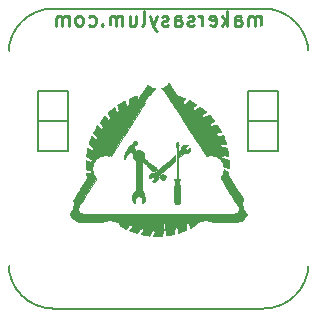
<source format=gbo>
G04 #@! TF.FileFunction,Legend,Bot*
%FSLAX46Y46*%
G04 Gerber Fmt 4.6, Leading zero omitted, Abs format (unit mm)*
G04 Created by KiCad (PCBNEW 4.0.1-3.201512221401+6198~38~ubuntu15.10.1-stable) date Sun Feb 28 18:25:08 2016*
%MOMM*%
G01*
G04 APERTURE LIST*
%ADD10C,0.050800*%
%ADD11C,0.254000*%
%ADD12C,0.150000*%
%ADD13C,0.010000*%
%ADD14C,2.432000*%
%ADD15C,6.496000*%
%ADD16C,2.178000*%
%ADD17C,1.670000*%
G04 APERTURE END LIST*
D10*
D11*
X21378332Y23936476D02*
X21378332Y24783143D01*
X21378332Y24662190D02*
X21317856Y24722667D01*
X21196903Y24783143D01*
X21015475Y24783143D01*
X20894523Y24722667D01*
X20834046Y24601714D01*
X20834046Y23936476D01*
X20834046Y24601714D02*
X20773570Y24722667D01*
X20652618Y24783143D01*
X20471189Y24783143D01*
X20350237Y24722667D01*
X20289761Y24601714D01*
X20289761Y23936476D01*
X19140713Y23936476D02*
X19140713Y24601714D01*
X19201190Y24722667D01*
X19322142Y24783143D01*
X19564047Y24783143D01*
X19684999Y24722667D01*
X19140713Y23996952D02*
X19261666Y23936476D01*
X19564047Y23936476D01*
X19684999Y23996952D01*
X19745475Y24117905D01*
X19745475Y24238857D01*
X19684999Y24359810D01*
X19564047Y24420286D01*
X19261666Y24420286D01*
X19140713Y24480762D01*
X18535951Y23936476D02*
X18535951Y25206476D01*
X18414999Y24420286D02*
X18052142Y23936476D01*
X18052142Y24783143D02*
X18535951Y24299333D01*
X17024047Y23996952D02*
X17144999Y23936476D01*
X17386904Y23936476D01*
X17507856Y23996952D01*
X17568332Y24117905D01*
X17568332Y24601714D01*
X17507856Y24722667D01*
X17386904Y24783143D01*
X17144999Y24783143D01*
X17024047Y24722667D01*
X16963570Y24601714D01*
X16963570Y24480762D01*
X17568332Y24359810D01*
X16419285Y23936476D02*
X16419285Y24783143D01*
X16419285Y24541238D02*
X16358809Y24662190D01*
X16298333Y24722667D01*
X16177380Y24783143D01*
X16056428Y24783143D01*
X15693571Y23996952D02*
X15572619Y23936476D01*
X15330714Y23936476D01*
X15209762Y23996952D01*
X15149286Y24117905D01*
X15149286Y24178381D01*
X15209762Y24299333D01*
X15330714Y24359810D01*
X15512143Y24359810D01*
X15633095Y24420286D01*
X15693571Y24541238D01*
X15693571Y24601714D01*
X15633095Y24722667D01*
X15512143Y24783143D01*
X15330714Y24783143D01*
X15209762Y24722667D01*
X14060714Y23936476D02*
X14060714Y24601714D01*
X14121191Y24722667D01*
X14242143Y24783143D01*
X14484048Y24783143D01*
X14605000Y24722667D01*
X14060714Y23996952D02*
X14181667Y23936476D01*
X14484048Y23936476D01*
X14605000Y23996952D01*
X14665476Y24117905D01*
X14665476Y24238857D01*
X14605000Y24359810D01*
X14484048Y24420286D01*
X14181667Y24420286D01*
X14060714Y24480762D01*
X13516428Y23996952D02*
X13395476Y23936476D01*
X13153571Y23936476D01*
X13032619Y23996952D01*
X12972143Y24117905D01*
X12972143Y24178381D01*
X13032619Y24299333D01*
X13153571Y24359810D01*
X13335000Y24359810D01*
X13455952Y24420286D01*
X13516428Y24541238D01*
X13516428Y24601714D01*
X13455952Y24722667D01*
X13335000Y24783143D01*
X13153571Y24783143D01*
X13032619Y24722667D01*
X12548809Y24783143D02*
X12246428Y23936476D01*
X11944048Y24783143D02*
X12246428Y23936476D01*
X12367381Y23634095D01*
X12427857Y23573619D01*
X12548809Y23513143D01*
X11278809Y23936476D02*
X11399762Y23996952D01*
X11460238Y24117905D01*
X11460238Y25206476D01*
X10250714Y24783143D02*
X10250714Y23936476D01*
X10795000Y24783143D02*
X10795000Y24117905D01*
X10734524Y23996952D01*
X10613571Y23936476D01*
X10432143Y23936476D01*
X10311191Y23996952D01*
X10250714Y24057429D01*
X9645952Y23936476D02*
X9645952Y24783143D01*
X9645952Y24662190D02*
X9585476Y24722667D01*
X9464523Y24783143D01*
X9283095Y24783143D01*
X9162143Y24722667D01*
X9101666Y24601714D01*
X9101666Y23936476D01*
X9101666Y24601714D02*
X9041190Y24722667D01*
X8920238Y24783143D01*
X8738809Y24783143D01*
X8617857Y24722667D01*
X8557381Y24601714D01*
X8557381Y23936476D01*
X7952619Y24057429D02*
X7892143Y23996952D01*
X7952619Y23936476D01*
X8013095Y23996952D01*
X7952619Y24057429D01*
X7952619Y23936476D01*
X6803571Y23996952D02*
X6924524Y23936476D01*
X7166428Y23936476D01*
X7287381Y23996952D01*
X7347857Y24057429D01*
X7408333Y24178381D01*
X7408333Y24541238D01*
X7347857Y24662190D01*
X7287381Y24722667D01*
X7166428Y24783143D01*
X6924524Y24783143D01*
X6803571Y24722667D01*
X6077857Y23936476D02*
X6198810Y23996952D01*
X6259286Y24057429D01*
X6319762Y24178381D01*
X6319762Y24541238D01*
X6259286Y24662190D01*
X6198810Y24722667D01*
X6077857Y24783143D01*
X5896429Y24783143D01*
X5775477Y24722667D01*
X5715000Y24662190D01*
X5654524Y24541238D01*
X5654524Y24178381D01*
X5715000Y24057429D01*
X5775477Y23996952D01*
X5896429Y23936476D01*
X6077857Y23936476D01*
X5110238Y23936476D02*
X5110238Y24783143D01*
X5110238Y24662190D02*
X5049762Y24722667D01*
X4928809Y24783143D01*
X4747381Y24783143D01*
X4626429Y24722667D01*
X4565952Y24601714D01*
X4565952Y23936476D01*
X4565952Y24601714D02*
X4505476Y24722667D01*
X4384524Y24783143D01*
X4203095Y24783143D01*
X4082143Y24722667D01*
X4021667Y24601714D01*
X4021667Y23936476D01*
D12*
X3810000Y25400000D02*
G75*
G03X0Y21590000I0J-3810000D01*
G01*
X0Y3810000D02*
G75*
G03X3810000Y0I3810000J0D01*
G01*
X21590000Y0D02*
G75*
G03X25400000Y3810000I0J3810000D01*
G01*
X25400000Y21590000D02*
G75*
G03X21590000Y25400000I-3810000J0D01*
G01*
X0Y3810000D02*
X0Y21590000D01*
X21590000Y0D02*
X3810000Y0D01*
X25400000Y21590000D02*
X25400000Y3810000D01*
X3810000Y25400000D02*
X21590000Y25400000D01*
X2540000Y18415000D02*
X5080000Y18415000D01*
X5080000Y18415000D02*
X5080000Y15875000D01*
X5080000Y15875000D02*
X2540000Y15875000D01*
X2540000Y15875000D02*
X2540000Y18415000D01*
X2540000Y15875000D02*
X5080000Y15875000D01*
X5080000Y15875000D02*
X5080000Y13335000D01*
X5080000Y13335000D02*
X2540000Y13335000D01*
X2540000Y13335000D02*
X2540000Y15875000D01*
X22860000Y15875000D02*
X20320000Y15875000D01*
X20320000Y15875000D02*
X20320000Y18415000D01*
X20320000Y18415000D02*
X22860000Y18415000D01*
X22860000Y18415000D02*
X22860000Y15875000D01*
X22860000Y13335000D02*
X20320000Y13335000D01*
X20320000Y13335000D02*
X20320000Y15875000D01*
X20320000Y15875000D02*
X22860000Y15875000D01*
X22860000Y15875000D02*
X22860000Y13335000D01*
D13*
G36*
X12550297Y19477797D02*
X12465014Y19460761D01*
X12379081Y19432234D01*
X12309854Y19402856D01*
X12179037Y19331525D01*
X12046437Y19236503D01*
X11916646Y19121593D01*
X11794255Y18990596D01*
X11755844Y18943950D01*
X11732851Y18912766D01*
X11696496Y18860449D01*
X11648556Y18789683D01*
X11590811Y18703153D01*
X11525039Y18603541D01*
X11453018Y18493532D01*
X11376527Y18375810D01*
X11297343Y18253060D01*
X11274778Y18217914D01*
X10872611Y17590872D01*
X10864819Y18020242D01*
X10826382Y18011008D01*
X10787128Y17999722D01*
X10727422Y17980262D01*
X10653103Y17954711D01*
X10570009Y17925152D01*
X10483982Y17893667D01*
X10400860Y17862338D01*
X10326484Y17833249D01*
X10315222Y17828714D01*
X10167056Y17768744D01*
X10167681Y17665011D01*
X10168560Y17603593D01*
X10170384Y17526736D01*
X10172830Y17447194D01*
X10174079Y17413111D01*
X10175553Y17333141D01*
X10171711Y17276048D01*
X10161039Y17236745D01*
X10142022Y17210144D01*
X10113146Y17191159D01*
X10107180Y17188338D01*
X10068957Y17177505D01*
X10026535Y17173222D01*
X9989011Y17178377D01*
X9958873Y17196030D01*
X9934253Y17229470D01*
X9913280Y17281981D01*
X9894084Y17356851D01*
X9879306Y17431978D01*
X9866604Y17498817D01*
X9854945Y17554280D01*
X9845505Y17593170D01*
X9839459Y17610294D01*
X9838870Y17610667D01*
X9821972Y17603799D01*
X9785219Y17584839D01*
X9732936Y17556250D01*
X9669448Y17520495D01*
X9599079Y17480039D01*
X9526154Y17437343D01*
X9454996Y17394873D01*
X9389931Y17355091D01*
X9386683Y17353072D01*
X9328299Y17315391D01*
X9280386Y17281865D01*
X9247206Y17255678D01*
X9233024Y17240014D01*
X9232900Y17238229D01*
X9238062Y17219777D01*
X9248629Y17178928D01*
X9263328Y17120705D01*
X9280885Y17050130D01*
X9292640Y17002411D01*
X9312909Y16918500D01*
X9326656Y16857078D01*
X9334519Y16813340D01*
X9337142Y16782477D01*
X9335164Y16759683D01*
X9329228Y16740151D01*
X9328018Y16737163D01*
X9296681Y16692470D01*
X9250864Y16663288D01*
X9198513Y16651608D01*
X9147573Y16659420D01*
X9111330Y16682861D01*
X9094343Y16708215D01*
X9071253Y16753822D01*
X9045085Y16813230D01*
X9018864Y16879988D01*
X9018706Y16880417D01*
X8994757Y16943291D01*
X8973593Y16995219D01*
X8957370Y17031162D01*
X8948242Y17046081D01*
X8947788Y17046222D01*
X8931668Y17037438D01*
X8898333Y17013266D01*
X8851744Y16976975D01*
X8795861Y16931837D01*
X8734643Y16881120D01*
X8672051Y16828094D01*
X8612046Y16776031D01*
X8558586Y16728198D01*
X8526648Y16698478D01*
X8410240Y16587611D01*
X8501499Y16383000D01*
X8542924Y16287000D01*
X8571485Y16212056D01*
X8587814Y16154440D01*
X8592541Y16110421D01*
X8586298Y16076271D01*
X8569716Y16048258D01*
X8559966Y16037572D01*
X8516704Y16008509D01*
X8464838Y15993274D01*
X8415903Y15994457D01*
X8397720Y16001139D01*
X8379730Y16018870D01*
X8351602Y16056083D01*
X8316954Y16107615D01*
X8279403Y16168304D01*
X8273121Y16178939D01*
X8237073Y16238302D01*
X8205064Y16287152D01*
X8180128Y16321131D01*
X8165302Y16335883D01*
X8163637Y16336097D01*
X8148694Y16323594D01*
X8119267Y16293032D01*
X8078669Y16248253D01*
X8030213Y16193100D01*
X7977214Y16131417D01*
X7922984Y16067045D01*
X7870838Y16003828D01*
X7824089Y15945609D01*
X7798143Y15912237D01*
X7715231Y15803716D01*
X7843663Y15610052D01*
X7900083Y15523127D01*
X7940819Y15455151D01*
X7967234Y15402576D01*
X7980686Y15361855D01*
X7982535Y15329442D01*
X7974142Y15301790D01*
X7966763Y15288996D01*
X7930236Y15251601D01*
X7881935Y15225175D01*
X7832860Y15214856D01*
X7812681Y15217025D01*
X7787276Y15232223D01*
X7748118Y15267050D01*
X7698341Y15318522D01*
X7655196Y15367095D01*
X7609200Y15419450D01*
X7569182Y15463002D01*
X7538953Y15493750D01*
X7522322Y15507692D01*
X7520971Y15508111D01*
X7509369Y15496456D01*
X7486611Y15464271D01*
X7455198Y15415723D01*
X7417628Y15354982D01*
X7376401Y15286215D01*
X7334015Y15213590D01*
X7292972Y15141277D01*
X7255769Y15073444D01*
X7225205Y15014851D01*
X7166941Y14898969D01*
X7324053Y14736787D01*
X7395085Y14661898D01*
X7447193Y14602651D01*
X7482419Y14555792D01*
X7502805Y14518070D01*
X7510391Y14486232D01*
X7507220Y14457026D01*
X7504715Y14448969D01*
X7474748Y14396978D01*
X7430185Y14360421D01*
X7378731Y14345438D01*
X7374713Y14345356D01*
X7350906Y14348618D01*
X7323367Y14360237D01*
X7287731Y14382959D01*
X7239636Y14419534D01*
X7181514Y14467049D01*
X7127215Y14511215D01*
X7080516Y14547284D01*
X7045669Y14572112D01*
X7026929Y14582555D01*
X7025231Y14582534D01*
X7015526Y14566535D01*
X6998473Y14528345D01*
X6975732Y14472519D01*
X6948964Y14403611D01*
X6919830Y14326176D01*
X6889991Y14244769D01*
X6861106Y14163945D01*
X6834838Y14088258D01*
X6812845Y14022263D01*
X6796790Y13970515D01*
X6788332Y13937568D01*
X6787445Y13930350D01*
X6798185Y13918711D01*
X6827825Y13893516D01*
X6872495Y13857883D01*
X6928325Y13814929D01*
X6964054Y13788071D01*
X7027430Y13739888D01*
X7084548Y13694741D01*
X7130656Y13656514D01*
X7161003Y13629090D01*
X7168665Y13620792D01*
X7193603Y13570150D01*
X7190405Y13517450D01*
X7159080Y13462766D01*
X7152872Y13455436D01*
X7124453Y13427329D01*
X7095918Y13411373D01*
X7062891Y13408227D01*
X7020994Y13418548D01*
X6965848Y13442994D01*
X6893078Y13482224D01*
X6863827Y13498884D01*
X6803593Y13532921D01*
X6752751Y13560610D01*
X6715935Y13579507D01*
X6697777Y13587166D01*
X6696725Y13587078D01*
X6691130Y13570012D01*
X6682200Y13530140D01*
X6670710Y13472066D01*
X6657431Y13400392D01*
X6643137Y13319720D01*
X6628602Y13234653D01*
X6614598Y13149793D01*
X6601899Y13069743D01*
X6591278Y12999104D01*
X6583508Y12942480D01*
X6579362Y12904473D01*
X6579571Y12889716D01*
X6592606Y12882821D01*
X6626645Y12865371D01*
X6677486Y12839506D01*
X6740926Y12807365D01*
X6794500Y12780299D01*
X6879609Y12736439D01*
X6942382Y12701723D01*
X6986317Y12673936D01*
X7014913Y12650860D01*
X7031669Y12630280D01*
X7031895Y12629900D01*
X7049858Y12574796D01*
X7040042Y12519124D01*
X7005964Y12468282D01*
X6982094Y12445980D01*
X6956974Y12432813D01*
X6925953Y12429126D01*
X6884381Y12435262D01*
X6827608Y12451565D01*
X6750984Y12478379D01*
X6721219Y12489344D01*
X6660413Y12511517D01*
X6609205Y12529469D01*
X6573444Y12541197D01*
X6559431Y12544778D01*
X6556172Y12531285D01*
X6553541Y12493271D01*
X6551627Y12434431D01*
X6550519Y12358460D01*
X6550309Y12269054D01*
X6550841Y12190736D01*
X6554611Y11836694D01*
X6777868Y11769419D01*
X6854125Y11745624D01*
X6921681Y11723010D01*
X6975513Y11703380D01*
X7010594Y11688535D01*
X7021085Y11682185D01*
X7028705Y11669627D01*
X7027020Y11651731D01*
X7014034Y11623337D01*
X6987751Y11579287D01*
X6971173Y11553168D01*
X6939410Y11505375D01*
X6912583Y11468284D01*
X6894647Y11447211D01*
X6890234Y11444343D01*
X6872505Y11446821D01*
X6833378Y11453326D01*
X6779208Y11462780D01*
X6734528Y11470794D01*
X6589889Y11497013D01*
X6589889Y11454521D01*
X6592180Y11424352D01*
X6598421Y11373450D01*
X6607664Y11308878D01*
X6618961Y11237697D01*
X6619175Y11236409D01*
X6629758Y11167928D01*
X6637370Y11108581D01*
X6641344Y11064420D01*
X6641010Y11041498D01*
X6640779Y11040767D01*
X6632180Y11026009D01*
X6609570Y10989257D01*
X6574092Y10932325D01*
X6526890Y10857029D01*
X6469106Y10765182D01*
X6401886Y10658599D01*
X6326371Y10539094D01*
X6243707Y10408480D01*
X6155035Y10268574D01*
X6061501Y10121188D01*
X6016677Y10050623D01*
X5892324Y9854622D01*
X5782343Y9680534D01*
X5685732Y9526604D01*
X5601489Y9391078D01*
X5528613Y9272199D01*
X5466103Y9168214D01*
X5412956Y9077367D01*
X5368172Y8997904D01*
X5330748Y8928070D01*
X5299682Y8866109D01*
X5273975Y8810268D01*
X5252623Y8758790D01*
X5234625Y8709922D01*
X5218980Y8661909D01*
X5213305Y8643056D01*
X5188097Y8533953D01*
X5172145Y8413996D01*
X5165914Y8292364D01*
X5169873Y8178232D01*
X5184488Y8080779D01*
X5184664Y8080029D01*
X5233565Y7930351D01*
X5306138Y7795905D01*
X5402181Y7676874D01*
X5521492Y7573440D01*
X5663867Y7485786D01*
X5829104Y7414096D01*
X5971575Y7369944D01*
X6117167Y7331528D01*
X7815889Y7324069D01*
X9514612Y7316611D01*
X9405625Y7225360D01*
X9296637Y7134109D01*
X9329601Y7107416D01*
X9362041Y7084398D01*
X9413923Y7051313D01*
X9479777Y7011358D01*
X9554133Y6967731D01*
X9631520Y6923626D01*
X9706470Y6882241D01*
X9773511Y6846771D01*
X9789889Y6838452D01*
X9914483Y6775877D01*
X10085089Y6936646D01*
X10144851Y6991720D01*
X10200220Y7040465D01*
X10246855Y7079230D01*
X10280415Y7104363D01*
X10293189Y7111671D01*
X10340386Y7116108D01*
X10391369Y7100382D01*
X10435387Y7068518D01*
X10447434Y7053906D01*
X10465849Y7020868D01*
X10471725Y6988004D01*
X10463539Y6951140D01*
X10439769Y6906104D01*
X10398891Y6848721D01*
X10350500Y6788267D01*
X10306291Y6733925D01*
X10269427Y6687378D01*
X10243232Y6652918D01*
X10231033Y6634837D01*
X10230556Y6633441D01*
X10243198Y6624357D01*
X10278213Y6608102D01*
X10331235Y6586234D01*
X10397899Y6560314D01*
X10473840Y6531901D01*
X10554691Y6502553D01*
X10636087Y6473830D01*
X10713662Y6447291D01*
X10783051Y6424496D01*
X10839887Y6407003D01*
X10879805Y6396372D01*
X10898440Y6394162D01*
X10899133Y6394657D01*
X10923373Y6429921D01*
X10958292Y6477854D01*
X11000369Y6533933D01*
X11046086Y6593635D01*
X11091923Y6652437D01*
X11134358Y6705816D01*
X11169874Y6749250D01*
X11194949Y6778214D01*
X11205203Y6787969D01*
X11237533Y6797809D01*
X11275261Y6801556D01*
X11315629Y6790667D01*
X11357715Y6763057D01*
X11393190Y6726307D01*
X11413723Y6687999D01*
X11415889Y6673545D01*
X11409020Y6649576D01*
X11390262Y6607243D01*
X11362390Y6552294D01*
X11328181Y6490480D01*
X11324167Y6483537D01*
X11289747Y6423260D01*
X11261217Y6371387D01*
X11241272Y6332959D01*
X11232605Y6313018D01*
X11232445Y6311932D01*
X11245948Y6303386D01*
X11284498Y6291766D01*
X11345153Y6277632D01*
X11424973Y6261546D01*
X11521017Y6244068D01*
X11630343Y6225759D01*
X11750013Y6207181D01*
X11877083Y6188895D01*
X11878357Y6188719D01*
X11924548Y6182334D01*
X12029351Y6391592D01*
X12078753Y6486921D01*
X12120062Y6558524D01*
X12155304Y6609021D01*
X12186503Y6641031D01*
X12215685Y6657173D01*
X12237164Y6660444D01*
X12283480Y6650186D01*
X12329277Y6623806D01*
X12366588Y6587894D01*
X12387445Y6549040D01*
X12389399Y6534513D01*
X12384560Y6506951D01*
X12371559Y6460031D01*
X12352471Y6400694D01*
X12332954Y6345533D01*
X12310549Y6283096D01*
X12292374Y6229248D01*
X12280432Y6190136D01*
X12276667Y6172671D01*
X12280451Y6166297D01*
X12293829Y6161377D01*
X12319839Y6157735D01*
X12361519Y6155197D01*
X12421908Y6153587D01*
X12504042Y6152729D01*
X12610960Y6152448D01*
X12626943Y6152444D01*
X12977219Y6152444D01*
X13038201Y6360583D01*
X13061131Y6436488D01*
X13083329Y6505759D01*
X13102792Y6562438D01*
X13117516Y6600565D01*
X13122034Y6610030D01*
X13129105Y6624797D01*
X13133860Y6642007D01*
X13136165Y6665419D01*
X13135887Y6698791D01*
X13132892Y6745880D01*
X13127048Y6810443D01*
X13118221Y6896240D01*
X13108784Y6983974D01*
X13072684Y7316611D01*
X13134803Y7320974D01*
X13173291Y7322719D01*
X13197623Y7322012D01*
X13201272Y7320974D01*
X13203997Y7306306D01*
X13209233Y7267615D01*
X13216487Y7208936D01*
X13225268Y7134309D01*
X13235084Y7047770D01*
X13240199Y7001547D01*
X13274775Y6686482D01*
X13326054Y6644214D01*
X13349404Y6623569D01*
X13365139Y6603342D01*
X13373658Y6578616D01*
X13375355Y6544475D01*
X13370630Y6496002D01*
X13359877Y6428280D01*
X13348606Y6364732D01*
X13337843Y6301062D01*
X13330221Y6248145D01*
X13326486Y6211786D01*
X13327134Y6197941D01*
X13344465Y6196263D01*
X13384714Y6199271D01*
X13443112Y6206181D01*
X13514890Y6216209D01*
X13595279Y6228569D01*
X13679510Y6242478D01*
X13762813Y6257151D01*
X13840421Y6271802D01*
X13907564Y6285649D01*
X13959473Y6297906D01*
X13988891Y6306802D01*
X14000917Y6313255D01*
X14010291Y6325050D01*
X14018041Y6346460D01*
X14025193Y6381756D01*
X14032774Y6435210D01*
X14041812Y6511095D01*
X14045210Y6541082D01*
X14057862Y6643279D01*
X14070488Y6720940D01*
X14084168Y6777728D01*
X14099982Y6817309D01*
X14119011Y6843346D01*
X14138552Y6857582D01*
X14192511Y6872046D01*
X14251214Y6865681D01*
X14302113Y6839964D01*
X14304352Y6838089D01*
X14319978Y6823891D01*
X14330948Y6809309D01*
X14338230Y6789258D01*
X14342787Y6758649D01*
X14345587Y6712395D01*
X14347594Y6645407D01*
X14348539Y6605256D01*
X14350860Y6534016D01*
X14354098Y6474079D01*
X14357881Y6430479D01*
X14361837Y6408247D01*
X14363238Y6406444D01*
X14386398Y6411349D01*
X14431088Y6424922D01*
X14492687Y6445453D01*
X14566572Y6471233D01*
X14648122Y6500551D01*
X14732713Y6531697D01*
X14815724Y6562961D01*
X14892532Y6592633D01*
X14958516Y6619002D01*
X15009053Y6640358D01*
X15039521Y6654992D01*
X15045320Y6658808D01*
X15047753Y6675171D01*
X15048099Y6714752D01*
X15046473Y6772635D01*
X15042991Y6843901D01*
X15039725Y6896001D01*
X15033768Y6996767D01*
X15031889Y7073512D01*
X15034808Y7130234D01*
X15043243Y7170935D01*
X15057911Y7199613D01*
X15079531Y7220268D01*
X15100176Y7232610D01*
X15156443Y7251318D01*
X15210581Y7244758D01*
X15239526Y7232190D01*
X15260847Y7218181D01*
X15277778Y7198056D01*
X15291955Y7167344D01*
X15305012Y7121572D01*
X15318582Y7056268D01*
X15332442Y6977944D01*
X15343603Y6917329D01*
X15354469Y6867109D01*
X15363526Y6833860D01*
X15367776Y6824410D01*
X15384598Y6825911D01*
X15422534Y6841242D01*
X15478943Y6868993D01*
X15551186Y6907753D01*
X15636623Y6956112D01*
X15732614Y7012660D01*
X15822712Y7067455D01*
X15885416Y7105866D01*
X15927979Y7133542D01*
X15953533Y7155709D01*
X15965209Y7177595D01*
X15966139Y7204429D01*
X15959457Y7241437D01*
X15950847Y7281333D01*
X15942028Y7323667D01*
X17557666Y7323667D01*
X17813750Y7323673D01*
X18043292Y7323734D01*
X18247973Y7323912D01*
X18429473Y7324266D01*
X18589472Y7324860D01*
X18729650Y7325756D01*
X18851689Y7327013D01*
X18957268Y7328695D01*
X19048067Y7330863D01*
X19125767Y7333579D01*
X19192049Y7336904D01*
X19248592Y7340899D01*
X19297077Y7345628D01*
X19339185Y7351150D01*
X19376596Y7357528D01*
X19410989Y7364824D01*
X19444046Y7373098D01*
X19477447Y7382414D01*
X19512872Y7392832D01*
X19522722Y7395758D01*
X19681202Y7455371D01*
X19824218Y7534516D01*
X19949643Y7631157D01*
X20055347Y7743258D01*
X20139201Y7868780D01*
X20199076Y8005688D01*
X20214371Y8057444D01*
X20224955Y8106660D01*
X20231242Y8159744D01*
X20233674Y8223954D01*
X20232699Y8306550D01*
X20231685Y8339667D01*
X20223681Y8464101D01*
X20221937Y8475928D01*
X19506271Y8475928D01*
X19505623Y8383245D01*
X19501179Y8358908D01*
X19465685Y8259113D01*
X19407803Y8176257D01*
X19327975Y8110690D01*
X19226643Y8062763D01*
X19104252Y8032826D01*
X19085278Y8030065D01*
X19063462Y8029026D01*
X19014532Y8028028D01*
X18939587Y8027072D01*
X18839730Y8026158D01*
X18716060Y8025286D01*
X18569680Y8024455D01*
X18401690Y8023667D01*
X18213191Y8022919D01*
X18005284Y8022214D01*
X17779070Y8021550D01*
X17535651Y8020928D01*
X17276126Y8020347D01*
X17001597Y8019808D01*
X16713165Y8019310D01*
X16411931Y8018854D01*
X16098997Y8018440D01*
X15775462Y8018067D01*
X15442428Y8017736D01*
X15100996Y8017446D01*
X14752267Y8017198D01*
X14397342Y8016991D01*
X14037321Y8016825D01*
X13673307Y8016701D01*
X13306400Y8016618D01*
X12937700Y8016577D01*
X12568309Y8016577D01*
X12199328Y8016619D01*
X11831858Y8016702D01*
X11467000Y8016826D01*
X11105855Y8016992D01*
X10749523Y8017198D01*
X10399106Y8017446D01*
X10055705Y8017736D01*
X9720421Y8018066D01*
X9394354Y8018438D01*
X9078606Y8018851D01*
X8774278Y8019306D01*
X8482470Y8019801D01*
X8204285Y8020338D01*
X7940821Y8020915D01*
X7693182Y8021534D01*
X7462467Y8022194D01*
X7249778Y8022895D01*
X7056215Y8023638D01*
X6882881Y8024421D01*
X6730874Y8025245D01*
X6601297Y8026110D01*
X6495251Y8027017D01*
X6413837Y8027964D01*
X6358155Y8028952D01*
X6329306Y8029982D01*
X6326327Y8030257D01*
X6258899Y8043029D01*
X6189318Y8061788D01*
X6134093Y8081893D01*
X6062492Y8123901D01*
X5997520Y8180417D01*
X5946098Y8244290D01*
X5915220Y8308117D01*
X5899860Y8405248D01*
X5907319Y8511998D01*
X5936559Y8622905D01*
X5986545Y8732508D01*
X6000248Y8755944D01*
X6010816Y8772657D01*
X6036114Y8812317D01*
X6075627Y8874121D01*
X6128841Y8957268D01*
X6195240Y9060952D01*
X6274310Y9184373D01*
X6365536Y9326726D01*
X6468402Y9487210D01*
X6582394Y9665020D01*
X6706997Y9859355D01*
X6841695Y10069410D01*
X6985975Y10294384D01*
X7139320Y10533474D01*
X7301217Y10785876D01*
X7471150Y11050787D01*
X7648604Y11327406D01*
X7833065Y11614928D01*
X8024017Y11912551D01*
X8220945Y12219471D01*
X8423335Y12534887D01*
X8630672Y12857995D01*
X8842440Y13187992D01*
X9058125Y13524076D01*
X9149358Y13666232D01*
X9422644Y14092003D01*
X9681078Y14494534D01*
X9925007Y14874362D01*
X10154781Y15232026D01*
X10370748Y15568064D01*
X10573255Y15883014D01*
X10762653Y16177414D01*
X10939289Y16451803D01*
X11103511Y16706719D01*
X11255668Y16942700D01*
X11396109Y17160284D01*
X11525182Y17360009D01*
X11643235Y17542413D01*
X11750617Y17708035D01*
X11847676Y17857413D01*
X11934761Y17991085D01*
X12012219Y18109589D01*
X12080401Y18213463D01*
X12139653Y18303246D01*
X12190325Y18379475D01*
X12232764Y18442690D01*
X12267320Y18493427D01*
X12294341Y18532225D01*
X12314174Y18559623D01*
X12327170Y18576159D01*
X12330867Y18580187D01*
X12384867Y18626378D01*
X12448928Y18671360D01*
X12499195Y18700149D01*
X12605946Y18738009D01*
X12714504Y18748407D01*
X12822677Y18731822D01*
X12928274Y18688728D01*
X13029106Y18619603D01*
X13078315Y18574151D01*
X13088588Y18561991D01*
X13105151Y18539819D01*
X13128365Y18507080D01*
X13158588Y18463217D01*
X13196181Y18407678D01*
X13241502Y18339907D01*
X13294910Y18259349D01*
X13356765Y18165449D01*
X13427427Y18057653D01*
X13507254Y17935405D01*
X13596605Y17798152D01*
X13695841Y17645338D01*
X13805320Y17476408D01*
X13925401Y17290808D01*
X14056445Y17087982D01*
X14198810Y16867377D01*
X14352855Y16628437D01*
X14518940Y16370607D01*
X14697424Y16093333D01*
X14888667Y15796060D01*
X15093027Y15478233D01*
X15310864Y15139297D01*
X15542537Y14778697D01*
X15788406Y14395879D01*
X16048830Y13990288D01*
X16270202Y13645444D01*
X16487741Y13306486D01*
X16701620Y12973119D01*
X16911324Y12646152D01*
X17116333Y12326394D01*
X17316132Y12014657D01*
X17510203Y11711748D01*
X17698028Y11418478D01*
X17879091Y11135656D01*
X18052873Y10864093D01*
X18218859Y10604596D01*
X18376530Y10357978D01*
X18525369Y10125045D01*
X18664859Y9906610D01*
X18794483Y9703480D01*
X18913724Y9516466D01*
X19022063Y9346378D01*
X19118985Y9194024D01*
X19203971Y9060215D01*
X19276505Y8945760D01*
X19336068Y8851469D01*
X19382145Y8778151D01*
X19414217Y8726617D01*
X19431767Y8697674D01*
X19434687Y8692444D01*
X19482743Y8578406D01*
X19506271Y8475928D01*
X20221937Y8475928D01*
X20207262Y8575393D01*
X20180221Y8681779D01*
X20140346Y8791490D01*
X20085426Y8912760D01*
X20068788Y8946444D01*
X20049135Y8982451D01*
X20015497Y9040215D01*
X19969115Y9117730D01*
X19911230Y9212989D01*
X19843081Y9323989D01*
X19765911Y9448721D01*
X19680959Y9585182D01*
X19589467Y9731364D01*
X19492676Y9885262D01*
X19391825Y10044870D01*
X19293709Y10199453D01*
X18599880Y11290184D01*
X18616184Y11412038D01*
X18623196Y11476354D01*
X18624421Y11519527D01*
X18619791Y11538486D01*
X18618994Y11538936D01*
X18601437Y11547321D01*
X18564979Y11565860D01*
X18515640Y11591466D01*
X18479471Y11610461D01*
X18424019Y11640271D01*
X18384596Y11664600D01*
X18354600Y11689716D01*
X18327431Y11721891D01*
X18296485Y11767393D01*
X18269381Y11809996D01*
X18185321Y11943048D01*
X18217057Y11968746D01*
X18241342Y11984359D01*
X18269021Y11991634D01*
X18304881Y11989979D01*
X18353709Y11978797D01*
X18420293Y11957494D01*
X18480781Y11935967D01*
X18543547Y11914210D01*
X18596591Y11897877D01*
X18634423Y11888517D01*
X18651551Y11887676D01*
X18651680Y11887791D01*
X18654710Y11904407D01*
X18657207Y11944448D01*
X18659164Y12003129D01*
X18660577Y12075663D01*
X18661440Y12157263D01*
X18661750Y12243143D01*
X18661501Y12328517D01*
X18660688Y12408597D01*
X18659305Y12478599D01*
X18657349Y12533735D01*
X18654814Y12569220D01*
X18652400Y12580207D01*
X18636173Y12587335D01*
X18597774Y12600666D01*
X18542147Y12618586D01*
X18474237Y12639478D01*
X18436546Y12650734D01*
X18362045Y12673456D01*
X18295200Y12695135D01*
X18241656Y12713843D01*
X18207061Y12727653D01*
X18199145Y12731777D01*
X18184244Y12738974D01*
X18163634Y12743048D01*
X18132849Y12743907D01*
X18087421Y12741461D01*
X18022883Y12735618D01*
X17935899Y12726411D01*
X17858547Y12718132D01*
X17791837Y12711349D01*
X17740444Y12706509D01*
X17709043Y12704059D01*
X17701437Y12704027D01*
X17682014Y12732645D01*
X17661549Y12767259D01*
X17644414Y12799749D01*
X17634976Y12821996D01*
X17635184Y12827130D01*
X17652079Y12828661D01*
X17692279Y12832828D01*
X17751047Y12839123D01*
X17823641Y12847040D01*
X17892659Y12854663D01*
X17996590Y12867190D01*
X18073408Y12878655D01*
X18122771Y12888999D01*
X18144339Y12898160D01*
X18145216Y12899593D01*
X18168604Y12935431D01*
X18206954Y12965754D01*
X18248149Y12981578D01*
X18256669Y12982222D01*
X18286738Y12979756D01*
X18337045Y12973075D01*
X18400109Y12963252D01*
X18456713Y12953495D01*
X18520197Y12942607D01*
X18572725Y12934626D01*
X18608563Y12930353D01*
X18621881Y12930399D01*
X18622681Y12946784D01*
X18618978Y12986269D01*
X18611483Y13044220D01*
X18600907Y13116001D01*
X18587960Y13196977D01*
X18573354Y13282512D01*
X18557798Y13367971D01*
X18543606Y13440833D01*
X18506528Y13624278D01*
X18280847Y13649899D01*
X18179292Y13662522D01*
X18102005Y13675176D01*
X18045065Y13689202D01*
X18004549Y13705940D01*
X17976533Y13726734D01*
X17957096Y13752923D01*
X17952236Y13762271D01*
X17941438Y13798820D01*
X17945512Y13841750D01*
X17949227Y13856715D01*
X17962152Y13892628D01*
X17981477Y13918836D01*
X18011347Y13936799D01*
X18055910Y13947978D01*
X18119311Y13953833D01*
X18205697Y13955824D01*
X18230855Y13955889D01*
X18299237Y13956185D01*
X18356118Y13956995D01*
X18396268Y13958201D01*
X18414458Y13959688D01*
X18415000Y13960004D01*
X18410366Y13978260D01*
X18397620Y14018079D01*
X18378497Y14074576D01*
X18354733Y14142865D01*
X18328060Y14218061D01*
X18300216Y14295278D01*
X18272934Y14369630D01*
X18247949Y14436232D01*
X18226996Y14490199D01*
X18224663Y14496024D01*
X18157756Y14662214D01*
X18028850Y14652319D01*
X17949936Y14647397D01*
X17860487Y14643527D01*
X17778188Y14641455D01*
X17768290Y14641351D01*
X17706231Y14641269D01*
X17665592Y14643300D01*
X17639577Y14649021D01*
X17621387Y14660014D01*
X17604227Y14677855D01*
X17602484Y14679870D01*
X17574234Y14731789D01*
X17568498Y14789822D01*
X17585399Y14844656D01*
X17600084Y14865424D01*
X17618954Y14882688D01*
X17644870Y14896367D01*
X17683648Y14908453D01*
X17741106Y14920940D01*
X17787056Y14929469D01*
X17871747Y14944108D01*
X17931760Y14955114D01*
X17969776Y14965782D01*
X17988475Y14979406D01*
X17990539Y14999279D01*
X17978649Y15028696D01*
X17955485Y15070950D01*
X17933971Y15109978D01*
X17895731Y15179248D01*
X17853021Y15253546D01*
X17808414Y15328731D01*
X17764485Y15400660D01*
X17723809Y15465190D01*
X17688960Y15518177D01*
X17662512Y15555479D01*
X17647039Y15572954D01*
X17645889Y15573585D01*
X17627481Y15572479D01*
X17586863Y15565559D01*
X17529204Y15553841D01*
X17459679Y15538346D01*
X17422713Y15529651D01*
X17346376Y15512055D01*
X17276571Y15497192D01*
X17219385Y15486268D01*
X17180904Y15480491D01*
X17171720Y15479889D01*
X17123474Y15492707D01*
X17081692Y15526016D01*
X17053723Y15572099D01*
X17046222Y15611705D01*
X17047296Y15647921D01*
X17052947Y15676064D01*
X17066825Y15699038D01*
X17092576Y15719749D01*
X17133848Y15741100D01*
X17194288Y15765997D01*
X17277544Y15797344D01*
X17280911Y15798592D01*
X17339754Y15821007D01*
X17388822Y15840844D01*
X17421955Y15855544D01*
X17432518Y15861540D01*
X17428474Y15875939D01*
X17408459Y15907697D01*
X17375448Y15953255D01*
X17332416Y16009054D01*
X17282339Y16071536D01*
X17228192Y16137142D01*
X17172951Y16202313D01*
X17119590Y16263491D01*
X17071086Y16317117D01*
X17030413Y16359634D01*
X17000546Y16387481D01*
X16984727Y16397111D01*
X16966682Y16391729D01*
X16927554Y16376850D01*
X16872074Y16354378D01*
X16804978Y16326214D01*
X16756636Y16305435D01*
X16683393Y16274400D01*
X16617518Y16247853D01*
X16564072Y16227730D01*
X16528115Y16215964D01*
X16516668Y16213713D01*
X16472933Y16226401D01*
X16432038Y16259616D01*
X16400279Y16305875D01*
X16383950Y16357695D01*
X16383000Y16372583D01*
X16387060Y16397688D01*
X16401411Y16422405D01*
X16429310Y16449585D01*
X16474012Y16482083D01*
X16538775Y16522753D01*
X16586970Y16551301D01*
X16644014Y16585694D01*
X16690403Y16615676D01*
X16721612Y16638173D01*
X16733118Y16650114D01*
X16733056Y16650512D01*
X16720330Y16665242D01*
X16689625Y16694472D01*
X16644825Y16734853D01*
X16589811Y16783036D01*
X16528467Y16835673D01*
X16464675Y16889414D01*
X16402318Y16940912D01*
X16345280Y16986816D01*
X16321897Y17005132D01*
X16197293Y17101651D01*
X16005258Y16973125D01*
X15916446Y16915077D01*
X15846453Y16873382D01*
X15791765Y16847141D01*
X15748864Y16835457D01*
X15714233Y16837431D01*
X15684358Y16852166D01*
X15655721Y16878763D01*
X15652019Y16882916D01*
X15616114Y16938626D01*
X15607866Y16992054D01*
X15619841Y17029945D01*
X15635314Y17047997D01*
X15667982Y17079443D01*
X15713112Y17119911D01*
X15765967Y17165031D01*
X15767851Y17166601D01*
X15819369Y17210572D01*
X15861820Y17248856D01*
X15891022Y17277530D01*
X15902793Y17292673D01*
X15902856Y17293167D01*
X15891063Y17305694D01*
X15858489Y17329093D01*
X15809271Y17360984D01*
X15747545Y17398987D01*
X15677448Y17440721D01*
X15603116Y17483806D01*
X15528687Y17525862D01*
X15458296Y17564509D01*
X15396080Y17597366D01*
X15346176Y17622054D01*
X15312719Y17636191D01*
X15302507Y17638618D01*
X15287679Y17629478D01*
X15256196Y17604003D01*
X15211767Y17565396D01*
X15158106Y17516860D01*
X15114950Y17476733D01*
X15055066Y17421874D01*
X14999704Y17373824D01*
X14953122Y17336079D01*
X14919579Y17312133D01*
X14906315Y17305496D01*
X14858060Y17306069D01*
X14810501Y17327109D01*
X14770051Y17362610D01*
X14743122Y17406566D01*
X14736127Y17452974D01*
X14737961Y17463162D01*
X14749793Y17486022D01*
X14776281Y17525152D01*
X14813710Y17575395D01*
X14858364Y17631597D01*
X14866559Y17641559D01*
X14986900Y17787056D01*
X14904949Y17824483D01*
X14861111Y17842971D01*
X14801145Y17866128D01*
X14729731Y17892367D01*
X14651549Y17920102D01*
X14571280Y17947747D01*
X14493604Y17973715D01*
X14423199Y17996421D01*
X14364747Y18014278D01*
X14322928Y18025700D01*
X14302421Y18029102D01*
X14301704Y18028933D01*
X14290680Y18038958D01*
X14266517Y18070158D01*
X14231088Y18119812D01*
X14186269Y18185196D01*
X14133934Y18263589D01*
X14075958Y18352270D01*
X14032825Y18419319D01*
X13967405Y18520905D01*
X13902294Y18620595D01*
X13840187Y18714366D01*
X13783781Y18798191D01*
X13735772Y18868046D01*
X13698856Y18919905D01*
X13686275Y18936696D01*
X13554858Y19089277D01*
X13412885Y19220391D01*
X13262927Y19328014D01*
X13107558Y19410122D01*
X13060321Y19429459D01*
X13002310Y19450657D01*
X12953949Y19465047D01*
X12906305Y19474241D01*
X12850443Y19479848D01*
X12777429Y19483479D01*
X12756445Y19484232D01*
X12644314Y19485051D01*
X12550297Y19477797D01*
X12550297Y19477797D01*
G37*
X12550297Y19477797D02*
X12465014Y19460761D01*
X12379081Y19432234D01*
X12309854Y19402856D01*
X12179037Y19331525D01*
X12046437Y19236503D01*
X11916646Y19121593D01*
X11794255Y18990596D01*
X11755844Y18943950D01*
X11732851Y18912766D01*
X11696496Y18860449D01*
X11648556Y18789683D01*
X11590811Y18703153D01*
X11525039Y18603541D01*
X11453018Y18493532D01*
X11376527Y18375810D01*
X11297343Y18253060D01*
X11274778Y18217914D01*
X10872611Y17590872D01*
X10864819Y18020242D01*
X10826382Y18011008D01*
X10787128Y17999722D01*
X10727422Y17980262D01*
X10653103Y17954711D01*
X10570009Y17925152D01*
X10483982Y17893667D01*
X10400860Y17862338D01*
X10326484Y17833249D01*
X10315222Y17828714D01*
X10167056Y17768744D01*
X10167681Y17665011D01*
X10168560Y17603593D01*
X10170384Y17526736D01*
X10172830Y17447194D01*
X10174079Y17413111D01*
X10175553Y17333141D01*
X10171711Y17276048D01*
X10161039Y17236745D01*
X10142022Y17210144D01*
X10113146Y17191159D01*
X10107180Y17188338D01*
X10068957Y17177505D01*
X10026535Y17173222D01*
X9989011Y17178377D01*
X9958873Y17196030D01*
X9934253Y17229470D01*
X9913280Y17281981D01*
X9894084Y17356851D01*
X9879306Y17431978D01*
X9866604Y17498817D01*
X9854945Y17554280D01*
X9845505Y17593170D01*
X9839459Y17610294D01*
X9838870Y17610667D01*
X9821972Y17603799D01*
X9785219Y17584839D01*
X9732936Y17556250D01*
X9669448Y17520495D01*
X9599079Y17480039D01*
X9526154Y17437343D01*
X9454996Y17394873D01*
X9389931Y17355091D01*
X9386683Y17353072D01*
X9328299Y17315391D01*
X9280386Y17281865D01*
X9247206Y17255678D01*
X9233024Y17240014D01*
X9232900Y17238229D01*
X9238062Y17219777D01*
X9248629Y17178928D01*
X9263328Y17120705D01*
X9280885Y17050130D01*
X9292640Y17002411D01*
X9312909Y16918500D01*
X9326656Y16857078D01*
X9334519Y16813340D01*
X9337142Y16782477D01*
X9335164Y16759683D01*
X9329228Y16740151D01*
X9328018Y16737163D01*
X9296681Y16692470D01*
X9250864Y16663288D01*
X9198513Y16651608D01*
X9147573Y16659420D01*
X9111330Y16682861D01*
X9094343Y16708215D01*
X9071253Y16753822D01*
X9045085Y16813230D01*
X9018864Y16879988D01*
X9018706Y16880417D01*
X8994757Y16943291D01*
X8973593Y16995219D01*
X8957370Y17031162D01*
X8948242Y17046081D01*
X8947788Y17046222D01*
X8931668Y17037438D01*
X8898333Y17013266D01*
X8851744Y16976975D01*
X8795861Y16931837D01*
X8734643Y16881120D01*
X8672051Y16828094D01*
X8612046Y16776031D01*
X8558586Y16728198D01*
X8526648Y16698478D01*
X8410240Y16587611D01*
X8501499Y16383000D01*
X8542924Y16287000D01*
X8571485Y16212056D01*
X8587814Y16154440D01*
X8592541Y16110421D01*
X8586298Y16076271D01*
X8569716Y16048258D01*
X8559966Y16037572D01*
X8516704Y16008509D01*
X8464838Y15993274D01*
X8415903Y15994457D01*
X8397720Y16001139D01*
X8379730Y16018870D01*
X8351602Y16056083D01*
X8316954Y16107615D01*
X8279403Y16168304D01*
X8273121Y16178939D01*
X8237073Y16238302D01*
X8205064Y16287152D01*
X8180128Y16321131D01*
X8165302Y16335883D01*
X8163637Y16336097D01*
X8148694Y16323594D01*
X8119267Y16293032D01*
X8078669Y16248253D01*
X8030213Y16193100D01*
X7977214Y16131417D01*
X7922984Y16067045D01*
X7870838Y16003828D01*
X7824089Y15945609D01*
X7798143Y15912237D01*
X7715231Y15803716D01*
X7843663Y15610052D01*
X7900083Y15523127D01*
X7940819Y15455151D01*
X7967234Y15402576D01*
X7980686Y15361855D01*
X7982535Y15329442D01*
X7974142Y15301790D01*
X7966763Y15288996D01*
X7930236Y15251601D01*
X7881935Y15225175D01*
X7832860Y15214856D01*
X7812681Y15217025D01*
X7787276Y15232223D01*
X7748118Y15267050D01*
X7698341Y15318522D01*
X7655196Y15367095D01*
X7609200Y15419450D01*
X7569182Y15463002D01*
X7538953Y15493750D01*
X7522322Y15507692D01*
X7520971Y15508111D01*
X7509369Y15496456D01*
X7486611Y15464271D01*
X7455198Y15415723D01*
X7417628Y15354982D01*
X7376401Y15286215D01*
X7334015Y15213590D01*
X7292972Y15141277D01*
X7255769Y15073444D01*
X7225205Y15014851D01*
X7166941Y14898969D01*
X7324053Y14736787D01*
X7395085Y14661898D01*
X7447193Y14602651D01*
X7482419Y14555792D01*
X7502805Y14518070D01*
X7510391Y14486232D01*
X7507220Y14457026D01*
X7504715Y14448969D01*
X7474748Y14396978D01*
X7430185Y14360421D01*
X7378731Y14345438D01*
X7374713Y14345356D01*
X7350906Y14348618D01*
X7323367Y14360237D01*
X7287731Y14382959D01*
X7239636Y14419534D01*
X7181514Y14467049D01*
X7127215Y14511215D01*
X7080516Y14547284D01*
X7045669Y14572112D01*
X7026929Y14582555D01*
X7025231Y14582534D01*
X7015526Y14566535D01*
X6998473Y14528345D01*
X6975732Y14472519D01*
X6948964Y14403611D01*
X6919830Y14326176D01*
X6889991Y14244769D01*
X6861106Y14163945D01*
X6834838Y14088258D01*
X6812845Y14022263D01*
X6796790Y13970515D01*
X6788332Y13937568D01*
X6787445Y13930350D01*
X6798185Y13918711D01*
X6827825Y13893516D01*
X6872495Y13857883D01*
X6928325Y13814929D01*
X6964054Y13788071D01*
X7027430Y13739888D01*
X7084548Y13694741D01*
X7130656Y13656514D01*
X7161003Y13629090D01*
X7168665Y13620792D01*
X7193603Y13570150D01*
X7190405Y13517450D01*
X7159080Y13462766D01*
X7152872Y13455436D01*
X7124453Y13427329D01*
X7095918Y13411373D01*
X7062891Y13408227D01*
X7020994Y13418548D01*
X6965848Y13442994D01*
X6893078Y13482224D01*
X6863827Y13498884D01*
X6803593Y13532921D01*
X6752751Y13560610D01*
X6715935Y13579507D01*
X6697777Y13587166D01*
X6696725Y13587078D01*
X6691130Y13570012D01*
X6682200Y13530140D01*
X6670710Y13472066D01*
X6657431Y13400392D01*
X6643137Y13319720D01*
X6628602Y13234653D01*
X6614598Y13149793D01*
X6601899Y13069743D01*
X6591278Y12999104D01*
X6583508Y12942480D01*
X6579362Y12904473D01*
X6579571Y12889716D01*
X6592606Y12882821D01*
X6626645Y12865371D01*
X6677486Y12839506D01*
X6740926Y12807365D01*
X6794500Y12780299D01*
X6879609Y12736439D01*
X6942382Y12701723D01*
X6986317Y12673936D01*
X7014913Y12650860D01*
X7031669Y12630280D01*
X7031895Y12629900D01*
X7049858Y12574796D01*
X7040042Y12519124D01*
X7005964Y12468282D01*
X6982094Y12445980D01*
X6956974Y12432813D01*
X6925953Y12429126D01*
X6884381Y12435262D01*
X6827608Y12451565D01*
X6750984Y12478379D01*
X6721219Y12489344D01*
X6660413Y12511517D01*
X6609205Y12529469D01*
X6573444Y12541197D01*
X6559431Y12544778D01*
X6556172Y12531285D01*
X6553541Y12493271D01*
X6551627Y12434431D01*
X6550519Y12358460D01*
X6550309Y12269054D01*
X6550841Y12190736D01*
X6554611Y11836694D01*
X6777868Y11769419D01*
X6854125Y11745624D01*
X6921681Y11723010D01*
X6975513Y11703380D01*
X7010594Y11688535D01*
X7021085Y11682185D01*
X7028705Y11669627D01*
X7027020Y11651731D01*
X7014034Y11623337D01*
X6987751Y11579287D01*
X6971173Y11553168D01*
X6939410Y11505375D01*
X6912583Y11468284D01*
X6894647Y11447211D01*
X6890234Y11444343D01*
X6872505Y11446821D01*
X6833378Y11453326D01*
X6779208Y11462780D01*
X6734528Y11470794D01*
X6589889Y11497013D01*
X6589889Y11454521D01*
X6592180Y11424352D01*
X6598421Y11373450D01*
X6607664Y11308878D01*
X6618961Y11237697D01*
X6619175Y11236409D01*
X6629758Y11167928D01*
X6637370Y11108581D01*
X6641344Y11064420D01*
X6641010Y11041498D01*
X6640779Y11040767D01*
X6632180Y11026009D01*
X6609570Y10989257D01*
X6574092Y10932325D01*
X6526890Y10857029D01*
X6469106Y10765182D01*
X6401886Y10658599D01*
X6326371Y10539094D01*
X6243707Y10408480D01*
X6155035Y10268574D01*
X6061501Y10121188D01*
X6016677Y10050623D01*
X5892324Y9854622D01*
X5782343Y9680534D01*
X5685732Y9526604D01*
X5601489Y9391078D01*
X5528613Y9272199D01*
X5466103Y9168214D01*
X5412956Y9077367D01*
X5368172Y8997904D01*
X5330748Y8928070D01*
X5299682Y8866109D01*
X5273975Y8810268D01*
X5252623Y8758790D01*
X5234625Y8709922D01*
X5218980Y8661909D01*
X5213305Y8643056D01*
X5188097Y8533953D01*
X5172145Y8413996D01*
X5165914Y8292364D01*
X5169873Y8178232D01*
X5184488Y8080779D01*
X5184664Y8080029D01*
X5233565Y7930351D01*
X5306138Y7795905D01*
X5402181Y7676874D01*
X5521492Y7573440D01*
X5663867Y7485786D01*
X5829104Y7414096D01*
X5971575Y7369944D01*
X6117167Y7331528D01*
X7815889Y7324069D01*
X9514612Y7316611D01*
X9405625Y7225360D01*
X9296637Y7134109D01*
X9329601Y7107416D01*
X9362041Y7084398D01*
X9413923Y7051313D01*
X9479777Y7011358D01*
X9554133Y6967731D01*
X9631520Y6923626D01*
X9706470Y6882241D01*
X9773511Y6846771D01*
X9789889Y6838452D01*
X9914483Y6775877D01*
X10085089Y6936646D01*
X10144851Y6991720D01*
X10200220Y7040465D01*
X10246855Y7079230D01*
X10280415Y7104363D01*
X10293189Y7111671D01*
X10340386Y7116108D01*
X10391369Y7100382D01*
X10435387Y7068518D01*
X10447434Y7053906D01*
X10465849Y7020868D01*
X10471725Y6988004D01*
X10463539Y6951140D01*
X10439769Y6906104D01*
X10398891Y6848721D01*
X10350500Y6788267D01*
X10306291Y6733925D01*
X10269427Y6687378D01*
X10243232Y6652918D01*
X10231033Y6634837D01*
X10230556Y6633441D01*
X10243198Y6624357D01*
X10278213Y6608102D01*
X10331235Y6586234D01*
X10397899Y6560314D01*
X10473840Y6531901D01*
X10554691Y6502553D01*
X10636087Y6473830D01*
X10713662Y6447291D01*
X10783051Y6424496D01*
X10839887Y6407003D01*
X10879805Y6396372D01*
X10898440Y6394162D01*
X10899133Y6394657D01*
X10923373Y6429921D01*
X10958292Y6477854D01*
X11000369Y6533933D01*
X11046086Y6593635D01*
X11091923Y6652437D01*
X11134358Y6705816D01*
X11169874Y6749250D01*
X11194949Y6778214D01*
X11205203Y6787969D01*
X11237533Y6797809D01*
X11275261Y6801556D01*
X11315629Y6790667D01*
X11357715Y6763057D01*
X11393190Y6726307D01*
X11413723Y6687999D01*
X11415889Y6673545D01*
X11409020Y6649576D01*
X11390262Y6607243D01*
X11362390Y6552294D01*
X11328181Y6490480D01*
X11324167Y6483537D01*
X11289747Y6423260D01*
X11261217Y6371387D01*
X11241272Y6332959D01*
X11232605Y6313018D01*
X11232445Y6311932D01*
X11245948Y6303386D01*
X11284498Y6291766D01*
X11345153Y6277632D01*
X11424973Y6261546D01*
X11521017Y6244068D01*
X11630343Y6225759D01*
X11750013Y6207181D01*
X11877083Y6188895D01*
X11878357Y6188719D01*
X11924548Y6182334D01*
X12029351Y6391592D01*
X12078753Y6486921D01*
X12120062Y6558524D01*
X12155304Y6609021D01*
X12186503Y6641031D01*
X12215685Y6657173D01*
X12237164Y6660444D01*
X12283480Y6650186D01*
X12329277Y6623806D01*
X12366588Y6587894D01*
X12387445Y6549040D01*
X12389399Y6534513D01*
X12384560Y6506951D01*
X12371559Y6460031D01*
X12352471Y6400694D01*
X12332954Y6345533D01*
X12310549Y6283096D01*
X12292374Y6229248D01*
X12280432Y6190136D01*
X12276667Y6172671D01*
X12280451Y6166297D01*
X12293829Y6161377D01*
X12319839Y6157735D01*
X12361519Y6155197D01*
X12421908Y6153587D01*
X12504042Y6152729D01*
X12610960Y6152448D01*
X12626943Y6152444D01*
X12977219Y6152444D01*
X13038201Y6360583D01*
X13061131Y6436488D01*
X13083329Y6505759D01*
X13102792Y6562438D01*
X13117516Y6600565D01*
X13122034Y6610030D01*
X13129105Y6624797D01*
X13133860Y6642007D01*
X13136165Y6665419D01*
X13135887Y6698791D01*
X13132892Y6745880D01*
X13127048Y6810443D01*
X13118221Y6896240D01*
X13108784Y6983974D01*
X13072684Y7316611D01*
X13134803Y7320974D01*
X13173291Y7322719D01*
X13197623Y7322012D01*
X13201272Y7320974D01*
X13203997Y7306306D01*
X13209233Y7267615D01*
X13216487Y7208936D01*
X13225268Y7134309D01*
X13235084Y7047770D01*
X13240199Y7001547D01*
X13274775Y6686482D01*
X13326054Y6644214D01*
X13349404Y6623569D01*
X13365139Y6603342D01*
X13373658Y6578616D01*
X13375355Y6544475D01*
X13370630Y6496002D01*
X13359877Y6428280D01*
X13348606Y6364732D01*
X13337843Y6301062D01*
X13330221Y6248145D01*
X13326486Y6211786D01*
X13327134Y6197941D01*
X13344465Y6196263D01*
X13384714Y6199271D01*
X13443112Y6206181D01*
X13514890Y6216209D01*
X13595279Y6228569D01*
X13679510Y6242478D01*
X13762813Y6257151D01*
X13840421Y6271802D01*
X13907564Y6285649D01*
X13959473Y6297906D01*
X13988891Y6306802D01*
X14000917Y6313255D01*
X14010291Y6325050D01*
X14018041Y6346460D01*
X14025193Y6381756D01*
X14032774Y6435210D01*
X14041812Y6511095D01*
X14045210Y6541082D01*
X14057862Y6643279D01*
X14070488Y6720940D01*
X14084168Y6777728D01*
X14099982Y6817309D01*
X14119011Y6843346D01*
X14138552Y6857582D01*
X14192511Y6872046D01*
X14251214Y6865681D01*
X14302113Y6839964D01*
X14304352Y6838089D01*
X14319978Y6823891D01*
X14330948Y6809309D01*
X14338230Y6789258D01*
X14342787Y6758649D01*
X14345587Y6712395D01*
X14347594Y6645407D01*
X14348539Y6605256D01*
X14350860Y6534016D01*
X14354098Y6474079D01*
X14357881Y6430479D01*
X14361837Y6408247D01*
X14363238Y6406444D01*
X14386398Y6411349D01*
X14431088Y6424922D01*
X14492687Y6445453D01*
X14566572Y6471233D01*
X14648122Y6500551D01*
X14732713Y6531697D01*
X14815724Y6562961D01*
X14892532Y6592633D01*
X14958516Y6619002D01*
X15009053Y6640358D01*
X15039521Y6654992D01*
X15045320Y6658808D01*
X15047753Y6675171D01*
X15048099Y6714752D01*
X15046473Y6772635D01*
X15042991Y6843901D01*
X15039725Y6896001D01*
X15033768Y6996767D01*
X15031889Y7073512D01*
X15034808Y7130234D01*
X15043243Y7170935D01*
X15057911Y7199613D01*
X15079531Y7220268D01*
X15100176Y7232610D01*
X15156443Y7251318D01*
X15210581Y7244758D01*
X15239526Y7232190D01*
X15260847Y7218181D01*
X15277778Y7198056D01*
X15291955Y7167344D01*
X15305012Y7121572D01*
X15318582Y7056268D01*
X15332442Y6977944D01*
X15343603Y6917329D01*
X15354469Y6867109D01*
X15363526Y6833860D01*
X15367776Y6824410D01*
X15384598Y6825911D01*
X15422534Y6841242D01*
X15478943Y6868993D01*
X15551186Y6907753D01*
X15636623Y6956112D01*
X15732614Y7012660D01*
X15822712Y7067455D01*
X15885416Y7105866D01*
X15927979Y7133542D01*
X15953533Y7155709D01*
X15965209Y7177595D01*
X15966139Y7204429D01*
X15959457Y7241437D01*
X15950847Y7281333D01*
X15942028Y7323667D01*
X17557666Y7323667D01*
X17813750Y7323673D01*
X18043292Y7323734D01*
X18247973Y7323912D01*
X18429473Y7324266D01*
X18589472Y7324860D01*
X18729650Y7325756D01*
X18851689Y7327013D01*
X18957268Y7328695D01*
X19048067Y7330863D01*
X19125767Y7333579D01*
X19192049Y7336904D01*
X19248592Y7340899D01*
X19297077Y7345628D01*
X19339185Y7351150D01*
X19376596Y7357528D01*
X19410989Y7364824D01*
X19444046Y7373098D01*
X19477447Y7382414D01*
X19512872Y7392832D01*
X19522722Y7395758D01*
X19681202Y7455371D01*
X19824218Y7534516D01*
X19949643Y7631157D01*
X20055347Y7743258D01*
X20139201Y7868780D01*
X20199076Y8005688D01*
X20214371Y8057444D01*
X20224955Y8106660D01*
X20231242Y8159744D01*
X20233674Y8223954D01*
X20232699Y8306550D01*
X20231685Y8339667D01*
X20223681Y8464101D01*
X20221937Y8475928D01*
X19506271Y8475928D01*
X19505623Y8383245D01*
X19501179Y8358908D01*
X19465685Y8259113D01*
X19407803Y8176257D01*
X19327975Y8110690D01*
X19226643Y8062763D01*
X19104252Y8032826D01*
X19085278Y8030065D01*
X19063462Y8029026D01*
X19014532Y8028028D01*
X18939587Y8027072D01*
X18839730Y8026158D01*
X18716060Y8025286D01*
X18569680Y8024455D01*
X18401690Y8023667D01*
X18213191Y8022919D01*
X18005284Y8022214D01*
X17779070Y8021550D01*
X17535651Y8020928D01*
X17276126Y8020347D01*
X17001597Y8019808D01*
X16713165Y8019310D01*
X16411931Y8018854D01*
X16098997Y8018440D01*
X15775462Y8018067D01*
X15442428Y8017736D01*
X15100996Y8017446D01*
X14752267Y8017198D01*
X14397342Y8016991D01*
X14037321Y8016825D01*
X13673307Y8016701D01*
X13306400Y8016618D01*
X12937700Y8016577D01*
X12568309Y8016577D01*
X12199328Y8016619D01*
X11831858Y8016702D01*
X11467000Y8016826D01*
X11105855Y8016992D01*
X10749523Y8017198D01*
X10399106Y8017446D01*
X10055705Y8017736D01*
X9720421Y8018066D01*
X9394354Y8018438D01*
X9078606Y8018851D01*
X8774278Y8019306D01*
X8482470Y8019801D01*
X8204285Y8020338D01*
X7940821Y8020915D01*
X7693182Y8021534D01*
X7462467Y8022194D01*
X7249778Y8022895D01*
X7056215Y8023638D01*
X6882881Y8024421D01*
X6730874Y8025245D01*
X6601297Y8026110D01*
X6495251Y8027017D01*
X6413837Y8027964D01*
X6358155Y8028952D01*
X6329306Y8029982D01*
X6326327Y8030257D01*
X6258899Y8043029D01*
X6189318Y8061788D01*
X6134093Y8081893D01*
X6062492Y8123901D01*
X5997520Y8180417D01*
X5946098Y8244290D01*
X5915220Y8308117D01*
X5899860Y8405248D01*
X5907319Y8511998D01*
X5936559Y8622905D01*
X5986545Y8732508D01*
X6000248Y8755944D01*
X6010816Y8772657D01*
X6036114Y8812317D01*
X6075627Y8874121D01*
X6128841Y8957268D01*
X6195240Y9060952D01*
X6274310Y9184373D01*
X6365536Y9326726D01*
X6468402Y9487210D01*
X6582394Y9665020D01*
X6706997Y9859355D01*
X6841695Y10069410D01*
X6985975Y10294384D01*
X7139320Y10533474D01*
X7301217Y10785876D01*
X7471150Y11050787D01*
X7648604Y11327406D01*
X7833065Y11614928D01*
X8024017Y11912551D01*
X8220945Y12219471D01*
X8423335Y12534887D01*
X8630672Y12857995D01*
X8842440Y13187992D01*
X9058125Y13524076D01*
X9149358Y13666232D01*
X9422644Y14092003D01*
X9681078Y14494534D01*
X9925007Y14874362D01*
X10154781Y15232026D01*
X10370748Y15568064D01*
X10573255Y15883014D01*
X10762653Y16177414D01*
X10939289Y16451803D01*
X11103511Y16706719D01*
X11255668Y16942700D01*
X11396109Y17160284D01*
X11525182Y17360009D01*
X11643235Y17542413D01*
X11750617Y17708035D01*
X11847676Y17857413D01*
X11934761Y17991085D01*
X12012219Y18109589D01*
X12080401Y18213463D01*
X12139653Y18303246D01*
X12190325Y18379475D01*
X12232764Y18442690D01*
X12267320Y18493427D01*
X12294341Y18532225D01*
X12314174Y18559623D01*
X12327170Y18576159D01*
X12330867Y18580187D01*
X12384867Y18626378D01*
X12448928Y18671360D01*
X12499195Y18700149D01*
X12605946Y18738009D01*
X12714504Y18748407D01*
X12822677Y18731822D01*
X12928274Y18688728D01*
X13029106Y18619603D01*
X13078315Y18574151D01*
X13088588Y18561991D01*
X13105151Y18539819D01*
X13128365Y18507080D01*
X13158588Y18463217D01*
X13196181Y18407678D01*
X13241502Y18339907D01*
X13294910Y18259349D01*
X13356765Y18165449D01*
X13427427Y18057653D01*
X13507254Y17935405D01*
X13596605Y17798152D01*
X13695841Y17645338D01*
X13805320Y17476408D01*
X13925401Y17290808D01*
X14056445Y17087982D01*
X14198810Y16867377D01*
X14352855Y16628437D01*
X14518940Y16370607D01*
X14697424Y16093333D01*
X14888667Y15796060D01*
X15093027Y15478233D01*
X15310864Y15139297D01*
X15542537Y14778697D01*
X15788406Y14395879D01*
X16048830Y13990288D01*
X16270202Y13645444D01*
X16487741Y13306486D01*
X16701620Y12973119D01*
X16911324Y12646152D01*
X17116333Y12326394D01*
X17316132Y12014657D01*
X17510203Y11711748D01*
X17698028Y11418478D01*
X17879091Y11135656D01*
X18052873Y10864093D01*
X18218859Y10604596D01*
X18376530Y10357978D01*
X18525369Y10125045D01*
X18664859Y9906610D01*
X18794483Y9703480D01*
X18913724Y9516466D01*
X19022063Y9346378D01*
X19118985Y9194024D01*
X19203971Y9060215D01*
X19276505Y8945760D01*
X19336068Y8851469D01*
X19382145Y8778151D01*
X19414217Y8726617D01*
X19431767Y8697674D01*
X19434687Y8692444D01*
X19482743Y8578406D01*
X19506271Y8475928D01*
X20221937Y8475928D01*
X20207262Y8575393D01*
X20180221Y8681779D01*
X20140346Y8791490D01*
X20085426Y8912760D01*
X20068788Y8946444D01*
X20049135Y8982451D01*
X20015497Y9040215D01*
X19969115Y9117730D01*
X19911230Y9212989D01*
X19843081Y9323989D01*
X19765911Y9448721D01*
X19680959Y9585182D01*
X19589467Y9731364D01*
X19492676Y9885262D01*
X19391825Y10044870D01*
X19293709Y10199453D01*
X18599880Y11290184D01*
X18616184Y11412038D01*
X18623196Y11476354D01*
X18624421Y11519527D01*
X18619791Y11538486D01*
X18618994Y11538936D01*
X18601437Y11547321D01*
X18564979Y11565860D01*
X18515640Y11591466D01*
X18479471Y11610461D01*
X18424019Y11640271D01*
X18384596Y11664600D01*
X18354600Y11689716D01*
X18327431Y11721891D01*
X18296485Y11767393D01*
X18269381Y11809996D01*
X18185321Y11943048D01*
X18217057Y11968746D01*
X18241342Y11984359D01*
X18269021Y11991634D01*
X18304881Y11989979D01*
X18353709Y11978797D01*
X18420293Y11957494D01*
X18480781Y11935967D01*
X18543547Y11914210D01*
X18596591Y11897877D01*
X18634423Y11888517D01*
X18651551Y11887676D01*
X18651680Y11887791D01*
X18654710Y11904407D01*
X18657207Y11944448D01*
X18659164Y12003129D01*
X18660577Y12075663D01*
X18661440Y12157263D01*
X18661750Y12243143D01*
X18661501Y12328517D01*
X18660688Y12408597D01*
X18659305Y12478599D01*
X18657349Y12533735D01*
X18654814Y12569220D01*
X18652400Y12580207D01*
X18636173Y12587335D01*
X18597774Y12600666D01*
X18542147Y12618586D01*
X18474237Y12639478D01*
X18436546Y12650734D01*
X18362045Y12673456D01*
X18295200Y12695135D01*
X18241656Y12713843D01*
X18207061Y12727653D01*
X18199145Y12731777D01*
X18184244Y12738974D01*
X18163634Y12743048D01*
X18132849Y12743907D01*
X18087421Y12741461D01*
X18022883Y12735618D01*
X17935899Y12726411D01*
X17858547Y12718132D01*
X17791837Y12711349D01*
X17740444Y12706509D01*
X17709043Y12704059D01*
X17701437Y12704027D01*
X17682014Y12732645D01*
X17661549Y12767259D01*
X17644414Y12799749D01*
X17634976Y12821996D01*
X17635184Y12827130D01*
X17652079Y12828661D01*
X17692279Y12832828D01*
X17751047Y12839123D01*
X17823641Y12847040D01*
X17892659Y12854663D01*
X17996590Y12867190D01*
X18073408Y12878655D01*
X18122771Y12888999D01*
X18144339Y12898160D01*
X18145216Y12899593D01*
X18168604Y12935431D01*
X18206954Y12965754D01*
X18248149Y12981578D01*
X18256669Y12982222D01*
X18286738Y12979756D01*
X18337045Y12973075D01*
X18400109Y12963252D01*
X18456713Y12953495D01*
X18520197Y12942607D01*
X18572725Y12934626D01*
X18608563Y12930353D01*
X18621881Y12930399D01*
X18622681Y12946784D01*
X18618978Y12986269D01*
X18611483Y13044220D01*
X18600907Y13116001D01*
X18587960Y13196977D01*
X18573354Y13282512D01*
X18557798Y13367971D01*
X18543606Y13440833D01*
X18506528Y13624278D01*
X18280847Y13649899D01*
X18179292Y13662522D01*
X18102005Y13675176D01*
X18045065Y13689202D01*
X18004549Y13705940D01*
X17976533Y13726734D01*
X17957096Y13752923D01*
X17952236Y13762271D01*
X17941438Y13798820D01*
X17945512Y13841750D01*
X17949227Y13856715D01*
X17962152Y13892628D01*
X17981477Y13918836D01*
X18011347Y13936799D01*
X18055910Y13947978D01*
X18119311Y13953833D01*
X18205697Y13955824D01*
X18230855Y13955889D01*
X18299237Y13956185D01*
X18356118Y13956995D01*
X18396268Y13958201D01*
X18414458Y13959688D01*
X18415000Y13960004D01*
X18410366Y13978260D01*
X18397620Y14018079D01*
X18378497Y14074576D01*
X18354733Y14142865D01*
X18328060Y14218061D01*
X18300216Y14295278D01*
X18272934Y14369630D01*
X18247949Y14436232D01*
X18226996Y14490199D01*
X18224663Y14496024D01*
X18157756Y14662214D01*
X18028850Y14652319D01*
X17949936Y14647397D01*
X17860487Y14643527D01*
X17778188Y14641455D01*
X17768290Y14641351D01*
X17706231Y14641269D01*
X17665592Y14643300D01*
X17639577Y14649021D01*
X17621387Y14660014D01*
X17604227Y14677855D01*
X17602484Y14679870D01*
X17574234Y14731789D01*
X17568498Y14789822D01*
X17585399Y14844656D01*
X17600084Y14865424D01*
X17618954Y14882688D01*
X17644870Y14896367D01*
X17683648Y14908453D01*
X17741106Y14920940D01*
X17787056Y14929469D01*
X17871747Y14944108D01*
X17931760Y14955114D01*
X17969776Y14965782D01*
X17988475Y14979406D01*
X17990539Y14999279D01*
X17978649Y15028696D01*
X17955485Y15070950D01*
X17933971Y15109978D01*
X17895731Y15179248D01*
X17853021Y15253546D01*
X17808414Y15328731D01*
X17764485Y15400660D01*
X17723809Y15465190D01*
X17688960Y15518177D01*
X17662512Y15555479D01*
X17647039Y15572954D01*
X17645889Y15573585D01*
X17627481Y15572479D01*
X17586863Y15565559D01*
X17529204Y15553841D01*
X17459679Y15538346D01*
X17422713Y15529651D01*
X17346376Y15512055D01*
X17276571Y15497192D01*
X17219385Y15486268D01*
X17180904Y15480491D01*
X17171720Y15479889D01*
X17123474Y15492707D01*
X17081692Y15526016D01*
X17053723Y15572099D01*
X17046222Y15611705D01*
X17047296Y15647921D01*
X17052947Y15676064D01*
X17066825Y15699038D01*
X17092576Y15719749D01*
X17133848Y15741100D01*
X17194288Y15765997D01*
X17277544Y15797344D01*
X17280911Y15798592D01*
X17339754Y15821007D01*
X17388822Y15840844D01*
X17421955Y15855544D01*
X17432518Y15861540D01*
X17428474Y15875939D01*
X17408459Y15907697D01*
X17375448Y15953255D01*
X17332416Y16009054D01*
X17282339Y16071536D01*
X17228192Y16137142D01*
X17172951Y16202313D01*
X17119590Y16263491D01*
X17071086Y16317117D01*
X17030413Y16359634D01*
X17000546Y16387481D01*
X16984727Y16397111D01*
X16966682Y16391729D01*
X16927554Y16376850D01*
X16872074Y16354378D01*
X16804978Y16326214D01*
X16756636Y16305435D01*
X16683393Y16274400D01*
X16617518Y16247853D01*
X16564072Y16227730D01*
X16528115Y16215964D01*
X16516668Y16213713D01*
X16472933Y16226401D01*
X16432038Y16259616D01*
X16400279Y16305875D01*
X16383950Y16357695D01*
X16383000Y16372583D01*
X16387060Y16397688D01*
X16401411Y16422405D01*
X16429310Y16449585D01*
X16474012Y16482083D01*
X16538775Y16522753D01*
X16586970Y16551301D01*
X16644014Y16585694D01*
X16690403Y16615676D01*
X16721612Y16638173D01*
X16733118Y16650114D01*
X16733056Y16650512D01*
X16720330Y16665242D01*
X16689625Y16694472D01*
X16644825Y16734853D01*
X16589811Y16783036D01*
X16528467Y16835673D01*
X16464675Y16889414D01*
X16402318Y16940912D01*
X16345280Y16986816D01*
X16321897Y17005132D01*
X16197293Y17101651D01*
X16005258Y16973125D01*
X15916446Y16915077D01*
X15846453Y16873382D01*
X15791765Y16847141D01*
X15748864Y16835457D01*
X15714233Y16837431D01*
X15684358Y16852166D01*
X15655721Y16878763D01*
X15652019Y16882916D01*
X15616114Y16938626D01*
X15607866Y16992054D01*
X15619841Y17029945D01*
X15635314Y17047997D01*
X15667982Y17079443D01*
X15713112Y17119911D01*
X15765967Y17165031D01*
X15767851Y17166601D01*
X15819369Y17210572D01*
X15861820Y17248856D01*
X15891022Y17277530D01*
X15902793Y17292673D01*
X15902856Y17293167D01*
X15891063Y17305694D01*
X15858489Y17329093D01*
X15809271Y17360984D01*
X15747545Y17398987D01*
X15677448Y17440721D01*
X15603116Y17483806D01*
X15528687Y17525862D01*
X15458296Y17564509D01*
X15396080Y17597366D01*
X15346176Y17622054D01*
X15312719Y17636191D01*
X15302507Y17638618D01*
X15287679Y17629478D01*
X15256196Y17604003D01*
X15211767Y17565396D01*
X15158106Y17516860D01*
X15114950Y17476733D01*
X15055066Y17421874D01*
X14999704Y17373824D01*
X14953122Y17336079D01*
X14919579Y17312133D01*
X14906315Y17305496D01*
X14858060Y17306069D01*
X14810501Y17327109D01*
X14770051Y17362610D01*
X14743122Y17406566D01*
X14736127Y17452974D01*
X14737961Y17463162D01*
X14749793Y17486022D01*
X14776281Y17525152D01*
X14813710Y17575395D01*
X14858364Y17631597D01*
X14866559Y17641559D01*
X14986900Y17787056D01*
X14904949Y17824483D01*
X14861111Y17842971D01*
X14801145Y17866128D01*
X14729731Y17892367D01*
X14651549Y17920102D01*
X14571280Y17947747D01*
X14493604Y17973715D01*
X14423199Y17996421D01*
X14364747Y18014278D01*
X14322928Y18025700D01*
X14302421Y18029102D01*
X14301704Y18028933D01*
X14290680Y18038958D01*
X14266517Y18070158D01*
X14231088Y18119812D01*
X14186269Y18185196D01*
X14133934Y18263589D01*
X14075958Y18352270D01*
X14032825Y18419319D01*
X13967405Y18520905D01*
X13902294Y18620595D01*
X13840187Y18714366D01*
X13783781Y18798191D01*
X13735772Y18868046D01*
X13698856Y18919905D01*
X13686275Y18936696D01*
X13554858Y19089277D01*
X13412885Y19220391D01*
X13262927Y19328014D01*
X13107558Y19410122D01*
X13060321Y19429459D01*
X13002310Y19450657D01*
X12953949Y19465047D01*
X12906305Y19474241D01*
X12850443Y19479848D01*
X12777429Y19483479D01*
X12756445Y19484232D01*
X12644314Y19485051D01*
X12550297Y19477797D01*
G36*
X14257610Y14109677D02*
X14245288Y14101383D01*
X14236325Y14082262D01*
X14228608Y14047979D01*
X14220020Y13994202D01*
X14209608Y13924280D01*
X14202694Y13866092D01*
X14203405Y13824609D01*
X14212255Y13789223D01*
X14216696Y13777918D01*
X14220304Y13766538D01*
X14223491Y13749605D01*
X14226282Y13725452D01*
X14228704Y13692417D01*
X14230780Y13648834D01*
X14232537Y13593040D01*
X14233999Y13523369D01*
X14235191Y13438158D01*
X14236139Y13335743D01*
X14236868Y13214458D01*
X14237403Y13072640D01*
X14237769Y12908625D01*
X14237991Y12720747D01*
X14238095Y12507343D01*
X14238111Y12361553D01*
X14238111Y10996441D01*
X14161030Y10987382D01*
X14085436Y10973859D01*
X14036131Y10954285D01*
X14013724Y10928937D01*
X14012333Y10919735D01*
X14018043Y10898054D01*
X14024970Y10893778D01*
X14038210Y10882247D01*
X14057166Y10853071D01*
X14066337Y10835709D01*
X14084706Y10788250D01*
X14085132Y10752839D01*
X14082693Y10745095D01*
X14079186Y10723345D01*
X14075088Y10677062D01*
X14070608Y10609923D01*
X14065959Y10525607D01*
X14061353Y10427790D01*
X14057001Y10320150D01*
X14054973Y10263413D01*
X14050431Y10131760D01*
X14045457Y9989766D01*
X14040327Y9845168D01*
X14035317Y9705706D01*
X14030703Y9579120D01*
X14026828Y9474911D01*
X14022598Y9348362D01*
X14020818Y9246227D01*
X14022020Y9164763D01*
X14026733Y9100228D01*
X14035487Y9048878D01*
X14048813Y9006972D01*
X14067239Y8970766D01*
X14091297Y8936517D01*
X14105537Y8919036D01*
X14142284Y8883910D01*
X14183047Y8856597D01*
X14191138Y8852804D01*
X14248995Y8838361D01*
X14316237Y8835423D01*
X14377764Y8844243D01*
X14393326Y8849409D01*
X14453418Y8887692D01*
X14506609Y8950433D01*
X14525235Y8981722D01*
X14538506Y9009866D01*
X14547244Y9039863D01*
X14552311Y9078286D01*
X14554569Y9131707D01*
X14554883Y9206698D01*
X14554879Y9207500D01*
X14553664Y9279967D01*
X14550698Y9372374D01*
X14546202Y9481190D01*
X14540401Y9602885D01*
X14533517Y9733928D01*
X14525773Y9870788D01*
X14517392Y10009935D01*
X14508596Y10147837D01*
X14499609Y10280965D01*
X14490654Y10405787D01*
X14481953Y10518772D01*
X14473729Y10616391D01*
X14466205Y10695112D01*
X14459604Y10751404D01*
X14456006Y10773833D01*
X14455744Y10811648D01*
X14472924Y10852308D01*
X14484793Y10870905D01*
X14505526Y10907170D01*
X14515274Y10936019D01*
X14514869Y10944109D01*
X14497419Y10959025D01*
X14462224Y10974407D01*
X14419476Y10986715D01*
X14379366Y10992407D01*
X14375695Y10992477D01*
X14371595Y10993628D01*
X14367975Y10998148D01*
X14364804Y11007685D01*
X14362053Y11023882D01*
X14359693Y11048385D01*
X14357693Y11082840D01*
X14356024Y11128891D01*
X14354656Y11188184D01*
X14353560Y11262363D01*
X14352706Y11353076D01*
X14352064Y11461965D01*
X14351605Y11590677D01*
X14351298Y11740858D01*
X14351115Y11914151D01*
X14351026Y12112203D01*
X14351000Y12336659D01*
X14351000Y12361896D01*
X14351019Y12589341D01*
X14351097Y12790280D01*
X14351265Y12966429D01*
X14351555Y13119504D01*
X14351999Y13251221D01*
X14352629Y13363295D01*
X14353476Y13457443D01*
X14354572Y13535381D01*
X14355949Y13598825D01*
X14357638Y13649491D01*
X14359672Y13689094D01*
X14362081Y13719352D01*
X14364897Y13741979D01*
X14368153Y13758692D01*
X14371880Y13771207D01*
X14376109Y13781239D01*
X14377264Y13783590D01*
X14392839Y13819595D01*
X14399702Y13845654D01*
X14399451Y13850056D01*
X14395837Y13869664D01*
X14389672Y13909955D01*
X14382053Y13963624D01*
X14378786Y13987639D01*
X14362196Y14111111D01*
X14300793Y14111111D01*
X14275407Y14111475D01*
X14257610Y14109677D01*
X14257610Y14109677D01*
G37*
X14257610Y14109677D02*
X14245288Y14101383D01*
X14236325Y14082262D01*
X14228608Y14047979D01*
X14220020Y13994202D01*
X14209608Y13924280D01*
X14202694Y13866092D01*
X14203405Y13824609D01*
X14212255Y13789223D01*
X14216696Y13777918D01*
X14220304Y13766538D01*
X14223491Y13749605D01*
X14226282Y13725452D01*
X14228704Y13692417D01*
X14230780Y13648834D01*
X14232537Y13593040D01*
X14233999Y13523369D01*
X14235191Y13438158D01*
X14236139Y13335743D01*
X14236868Y13214458D01*
X14237403Y13072640D01*
X14237769Y12908625D01*
X14237991Y12720747D01*
X14238095Y12507343D01*
X14238111Y12361553D01*
X14238111Y10996441D01*
X14161030Y10987382D01*
X14085436Y10973859D01*
X14036131Y10954285D01*
X14013724Y10928937D01*
X14012333Y10919735D01*
X14018043Y10898054D01*
X14024970Y10893778D01*
X14038210Y10882247D01*
X14057166Y10853071D01*
X14066337Y10835709D01*
X14084706Y10788250D01*
X14085132Y10752839D01*
X14082693Y10745095D01*
X14079186Y10723345D01*
X14075088Y10677062D01*
X14070608Y10609923D01*
X14065959Y10525607D01*
X14061353Y10427790D01*
X14057001Y10320150D01*
X14054973Y10263413D01*
X14050431Y10131760D01*
X14045457Y9989766D01*
X14040327Y9845168D01*
X14035317Y9705706D01*
X14030703Y9579120D01*
X14026828Y9474911D01*
X14022598Y9348362D01*
X14020818Y9246227D01*
X14022020Y9164763D01*
X14026733Y9100228D01*
X14035487Y9048878D01*
X14048813Y9006972D01*
X14067239Y8970766D01*
X14091297Y8936517D01*
X14105537Y8919036D01*
X14142284Y8883910D01*
X14183047Y8856597D01*
X14191138Y8852804D01*
X14248995Y8838361D01*
X14316237Y8835423D01*
X14377764Y8844243D01*
X14393326Y8849409D01*
X14453418Y8887692D01*
X14506609Y8950433D01*
X14525235Y8981722D01*
X14538506Y9009866D01*
X14547244Y9039863D01*
X14552311Y9078286D01*
X14554569Y9131707D01*
X14554883Y9206698D01*
X14554879Y9207500D01*
X14553664Y9279967D01*
X14550698Y9372374D01*
X14546202Y9481190D01*
X14540401Y9602885D01*
X14533517Y9733928D01*
X14525773Y9870788D01*
X14517392Y10009935D01*
X14508596Y10147837D01*
X14499609Y10280965D01*
X14490654Y10405787D01*
X14481953Y10518772D01*
X14473729Y10616391D01*
X14466205Y10695112D01*
X14459604Y10751404D01*
X14456006Y10773833D01*
X14455744Y10811648D01*
X14472924Y10852308D01*
X14484793Y10870905D01*
X14505526Y10907170D01*
X14515274Y10936019D01*
X14514869Y10944109D01*
X14497419Y10959025D01*
X14462224Y10974407D01*
X14419476Y10986715D01*
X14379366Y10992407D01*
X14375695Y10992477D01*
X14371595Y10993628D01*
X14367975Y10998148D01*
X14364804Y11007685D01*
X14362053Y11023882D01*
X14359693Y11048385D01*
X14357693Y11082840D01*
X14356024Y11128891D01*
X14354656Y11188184D01*
X14353560Y11262363D01*
X14352706Y11353076D01*
X14352064Y11461965D01*
X14351605Y11590677D01*
X14351298Y11740858D01*
X14351115Y11914151D01*
X14351026Y12112203D01*
X14351000Y12336659D01*
X14351000Y12361896D01*
X14351019Y12589341D01*
X14351097Y12790280D01*
X14351265Y12966429D01*
X14351555Y13119504D01*
X14351999Y13251221D01*
X14352629Y13363295D01*
X14353476Y13457443D01*
X14354572Y13535381D01*
X14355949Y13598825D01*
X14357638Y13649491D01*
X14359672Y13689094D01*
X14362081Y13719352D01*
X14364897Y13741979D01*
X14368153Y13758692D01*
X14371880Y13771207D01*
X14376109Y13781239D01*
X14377264Y13783590D01*
X14392839Y13819595D01*
X14399702Y13845654D01*
X14399451Y13850056D01*
X14395837Y13869664D01*
X14389672Y13909955D01*
X14382053Y13963624D01*
X14378786Y13987639D01*
X14362196Y14111111D01*
X14300793Y14111111D01*
X14275407Y14111475D01*
X14257610Y14109677D01*
G36*
X10958283Y13397768D02*
X10908538Y13393635D01*
X10884295Y13383198D01*
X10884198Y13363553D01*
X10906889Y13331796D01*
X10951011Y13285024D01*
X10971953Y13263877D01*
X11018393Y13218771D01*
X11058975Y13182309D01*
X11088920Y13158603D01*
X11102491Y13151556D01*
X11120871Y13141839D01*
X11151465Y13116274D01*
X11187884Y13080240D01*
X11190478Y13077472D01*
X11226376Y13037849D01*
X11247065Y13008483D01*
X11256791Y12979186D01*
X11259800Y12939770D01*
X11260129Y12910348D01*
X11260667Y12817307D01*
X11191107Y12758653D01*
X11151681Y12726963D01*
X11120877Y12709391D01*
X11087131Y12701792D01*
X11038877Y12700020D01*
X11027467Y12700000D01*
X10975450Y12701106D01*
X10940409Y12707123D01*
X10911112Y12722103D01*
X10876325Y12750097D01*
X10867721Y12757613D01*
X10831380Y12793144D01*
X10804495Y12826180D01*
X10794524Y12845129D01*
X10781644Y12865384D01*
X10753384Y12895947D01*
X10715037Y12932315D01*
X10671896Y12969984D01*
X10629255Y13004452D01*
X10592406Y13031215D01*
X10566643Y13045769D01*
X10558061Y13046303D01*
X10553450Y13028410D01*
X10550011Y12989672D01*
X10548320Y12937461D01*
X10548240Y12920387D01*
X10549773Y12856961D01*
X10555921Y12809569D01*
X10569363Y12766089D01*
X10592782Y12714398D01*
X10594619Y12710656D01*
X10637548Y12638258D01*
X10687648Y12576778D01*
X10703796Y12561381D01*
X10766778Y12505942D01*
X10766778Y9963953D01*
X10688006Y9911668D01*
X10594350Y9833595D01*
X10521577Y9740003D01*
X10470132Y9634830D01*
X10440460Y9522020D01*
X10433007Y9405512D01*
X10448216Y9289248D01*
X10486533Y9177169D01*
X10548403Y9073216D01*
X10588015Y9025835D01*
X10630876Y8984844D01*
X10665399Y8964514D01*
X10688498Y8960556D01*
X10728190Y8960556D01*
X10721546Y9144562D01*
X10714902Y9328569D01*
X10868928Y9448764D01*
X10925418Y9492012D01*
X10974100Y9527709D01*
X11010669Y9552818D01*
X11030821Y9564301D01*
X11033064Y9564619D01*
X11047405Y9554727D01*
X11079395Y9530782D01*
X11124529Y9496209D01*
X11178297Y9454435D01*
X11187198Y9447470D01*
X11331222Y9334663D01*
X11331222Y9147609D01*
X11331371Y9071985D01*
X11332332Y9020108D01*
X11334879Y8987504D01*
X11339786Y8969697D01*
X11347827Y8962213D01*
X11359775Y8960576D01*
X11363562Y8960556D01*
X11394359Y8971630D01*
X11434184Y9001969D01*
X11453113Y9020528D01*
X11529572Y9116755D01*
X11580414Y9219861D01*
X11606995Y9333633D01*
X11610722Y9460851D01*
X11603909Y9535226D01*
X11590173Y9596129D01*
X11566041Y9658098D01*
X11560888Y9669286D01*
X11504993Y9765505D01*
X11434659Y9850360D01*
X11356348Y9916390D01*
X11335562Y9929504D01*
X11274778Y9965126D01*
X11274783Y10919487D01*
X11077224Y10919487D01*
X11077157Y10736533D01*
X11076913Y10578345D01*
X11076383Y10443198D01*
X11075458Y10329364D01*
X11074031Y10235116D01*
X11071992Y10158726D01*
X11069233Y10098466D01*
X11065646Y10052610D01*
X11061122Y10019431D01*
X11055552Y9997200D01*
X11048829Y9984191D01*
X11040843Y9978676D01*
X11031485Y9978928D01*
X11020648Y9983220D01*
X11008223Y9989824D01*
X11005739Y9991163D01*
X11000753Y9994498D01*
X10996413Y10000041D01*
X10992676Y10009651D01*
X10989497Y10025184D01*
X10986829Y10048498D01*
X10984629Y10081452D01*
X10982852Y10125902D01*
X10981452Y10183707D01*
X10980384Y10256724D01*
X10979604Y10346811D01*
X10979067Y10455825D01*
X10978727Y10585625D01*
X10978540Y10738068D01*
X10978461Y10915011D01*
X10978445Y11118312D01*
X10978445Y11119044D01*
X10978489Y11324251D01*
X10978648Y11503065D01*
X10978956Y11657314D01*
X10979448Y11788829D01*
X10980161Y11899438D01*
X10981131Y11990971D01*
X10982392Y12065256D01*
X10983981Y12124123D01*
X10985933Y12169401D01*
X10988284Y12202918D01*
X10991070Y12226504D01*
X10994326Y12241988D01*
X10998088Y12251200D01*
X11000591Y12254464D01*
X11026156Y12268893D01*
X11049980Y12262031D01*
X11054946Y12258699D01*
X11059269Y12253141D01*
X11062994Y12243505D01*
X11066164Y12227938D01*
X11068826Y12204587D01*
X11071022Y12171599D01*
X11072798Y12127120D01*
X11074198Y12069297D01*
X11075268Y11996278D01*
X11076050Y11906209D01*
X11076590Y11797238D01*
X11076933Y11667510D01*
X11077123Y11515174D01*
X11077205Y11338375D01*
X11077222Y11135261D01*
X11077222Y11128937D01*
X11077224Y10919487D01*
X11274783Y10919487D01*
X11274785Y11230258D01*
X11274792Y12495389D01*
X11344474Y12555398D01*
X11416726Y12635600D01*
X11460523Y12709590D01*
X11486076Y12765934D01*
X11500197Y12812828D01*
X11506093Y12864140D01*
X11507047Y12910636D01*
X11501267Y13002261D01*
X11484839Y13081575D01*
X11481526Y13091746D01*
X11443664Y13167313D01*
X11385641Y13242029D01*
X11314648Y13308094D01*
X11237876Y13357705D01*
X11235127Y13359070D01*
X11188987Y13379588D01*
X11147160Y13391565D01*
X11098731Y13397153D01*
X11034889Y13398500D01*
X10958283Y13397768D01*
X10958283Y13397768D01*
G37*
X10958283Y13397768D02*
X10908538Y13393635D01*
X10884295Y13383198D01*
X10884198Y13363553D01*
X10906889Y13331796D01*
X10951011Y13285024D01*
X10971953Y13263877D01*
X11018393Y13218771D01*
X11058975Y13182309D01*
X11088920Y13158603D01*
X11102491Y13151556D01*
X11120871Y13141839D01*
X11151465Y13116274D01*
X11187884Y13080240D01*
X11190478Y13077472D01*
X11226376Y13037849D01*
X11247065Y13008483D01*
X11256791Y12979186D01*
X11259800Y12939770D01*
X11260129Y12910348D01*
X11260667Y12817307D01*
X11191107Y12758653D01*
X11151681Y12726963D01*
X11120877Y12709391D01*
X11087131Y12701792D01*
X11038877Y12700020D01*
X11027467Y12700000D01*
X10975450Y12701106D01*
X10940409Y12707123D01*
X10911112Y12722103D01*
X10876325Y12750097D01*
X10867721Y12757613D01*
X10831380Y12793144D01*
X10804495Y12826180D01*
X10794524Y12845129D01*
X10781644Y12865384D01*
X10753384Y12895947D01*
X10715037Y12932315D01*
X10671896Y12969984D01*
X10629255Y13004452D01*
X10592406Y13031215D01*
X10566643Y13045769D01*
X10558061Y13046303D01*
X10553450Y13028410D01*
X10550011Y12989672D01*
X10548320Y12937461D01*
X10548240Y12920387D01*
X10549773Y12856961D01*
X10555921Y12809569D01*
X10569363Y12766089D01*
X10592782Y12714398D01*
X10594619Y12710656D01*
X10637548Y12638258D01*
X10687648Y12576778D01*
X10703796Y12561381D01*
X10766778Y12505942D01*
X10766778Y9963953D01*
X10688006Y9911668D01*
X10594350Y9833595D01*
X10521577Y9740003D01*
X10470132Y9634830D01*
X10440460Y9522020D01*
X10433007Y9405512D01*
X10448216Y9289248D01*
X10486533Y9177169D01*
X10548403Y9073216D01*
X10588015Y9025835D01*
X10630876Y8984844D01*
X10665399Y8964514D01*
X10688498Y8960556D01*
X10728190Y8960556D01*
X10721546Y9144562D01*
X10714902Y9328569D01*
X10868928Y9448764D01*
X10925418Y9492012D01*
X10974100Y9527709D01*
X11010669Y9552818D01*
X11030821Y9564301D01*
X11033064Y9564619D01*
X11047405Y9554727D01*
X11079395Y9530782D01*
X11124529Y9496209D01*
X11178297Y9454435D01*
X11187198Y9447470D01*
X11331222Y9334663D01*
X11331222Y9147609D01*
X11331371Y9071985D01*
X11332332Y9020108D01*
X11334879Y8987504D01*
X11339786Y8969697D01*
X11347827Y8962213D01*
X11359775Y8960576D01*
X11363562Y8960556D01*
X11394359Y8971630D01*
X11434184Y9001969D01*
X11453113Y9020528D01*
X11529572Y9116755D01*
X11580414Y9219861D01*
X11606995Y9333633D01*
X11610722Y9460851D01*
X11603909Y9535226D01*
X11590173Y9596129D01*
X11566041Y9658098D01*
X11560888Y9669286D01*
X11504993Y9765505D01*
X11434659Y9850360D01*
X11356348Y9916390D01*
X11335562Y9929504D01*
X11274778Y9965126D01*
X11274783Y10919487D01*
X11077224Y10919487D01*
X11077157Y10736533D01*
X11076913Y10578345D01*
X11076383Y10443198D01*
X11075458Y10329364D01*
X11074031Y10235116D01*
X11071992Y10158726D01*
X11069233Y10098466D01*
X11065646Y10052610D01*
X11061122Y10019431D01*
X11055552Y9997200D01*
X11048829Y9984191D01*
X11040843Y9978676D01*
X11031485Y9978928D01*
X11020648Y9983220D01*
X11008223Y9989824D01*
X11005739Y9991163D01*
X11000753Y9994498D01*
X10996413Y10000041D01*
X10992676Y10009651D01*
X10989497Y10025184D01*
X10986829Y10048498D01*
X10984629Y10081452D01*
X10982852Y10125902D01*
X10981452Y10183707D01*
X10980384Y10256724D01*
X10979604Y10346811D01*
X10979067Y10455825D01*
X10978727Y10585625D01*
X10978540Y10738068D01*
X10978461Y10915011D01*
X10978445Y11118312D01*
X10978445Y11119044D01*
X10978489Y11324251D01*
X10978648Y11503065D01*
X10978956Y11657314D01*
X10979448Y11788829D01*
X10980161Y11899438D01*
X10981131Y11990971D01*
X10982392Y12065256D01*
X10983981Y12124123D01*
X10985933Y12169401D01*
X10988284Y12202918D01*
X10991070Y12226504D01*
X10994326Y12241988D01*
X10998088Y12251200D01*
X11000591Y12254464D01*
X11026156Y12268893D01*
X11049980Y12262031D01*
X11054946Y12258699D01*
X11059269Y12253141D01*
X11062994Y12243505D01*
X11066164Y12227938D01*
X11068826Y12204587D01*
X11071022Y12171599D01*
X11072798Y12127120D01*
X11074198Y12069297D01*
X11075268Y11996278D01*
X11076050Y11906209D01*
X11076590Y11797238D01*
X11076933Y11667510D01*
X11077123Y11515174D01*
X11077205Y11338375D01*
X11077222Y11135261D01*
X11077222Y11128937D01*
X11077224Y10919487D01*
X11274783Y10919487D01*
X11274785Y11230258D01*
X11274792Y12495389D01*
X11344474Y12555398D01*
X11416726Y12635600D01*
X11460523Y12709590D01*
X11486076Y12765934D01*
X11500197Y12812828D01*
X11506093Y12864140D01*
X11507047Y12910636D01*
X11501267Y13002261D01*
X11484839Y13081575D01*
X11481526Y13091746D01*
X11443664Y13167313D01*
X11385641Y13242029D01*
X11314648Y13308094D01*
X11237876Y13357705D01*
X11235127Y13359070D01*
X11188987Y13379588D01*
X11147160Y13391565D01*
X11098731Y13397153D01*
X11034889Y13398500D01*
X10958283Y13397768D01*
G36*
X14098169Y12969455D02*
X14066542Y12942730D01*
X14020138Y12902368D01*
X13962010Y12851038D01*
X13895211Y12791414D01*
X13847380Y12748385D01*
X13669634Y12588744D01*
X13498125Y12436172D01*
X13334097Y12291710D01*
X13178793Y12156401D01*
X13033457Y12031287D01*
X12899332Y11917409D01*
X12777663Y11815810D01*
X12669692Y11727532D01*
X12576663Y11653616D01*
X12499820Y11595104D01*
X12440406Y11553038D01*
X12399666Y11528461D01*
X12384168Y11522430D01*
X12354476Y11518049D01*
X12307829Y11512738D01*
X12264769Y11508595D01*
X12161227Y11489578D01*
X12073802Y11450592D01*
X11996103Y11388690D01*
X11988926Y11381439D01*
X11928980Y11305999D01*
X11894696Y11226927D01*
X11883638Y11137950D01*
X11884291Y11111918D01*
X11887563Y11065034D01*
X11893507Y11039337D01*
X11905533Y11027803D01*
X11927054Y11023408D01*
X11927284Y11023381D01*
X11954718Y11025877D01*
X11986021Y11042087D01*
X12027492Y11075562D01*
X12040173Y11087033D01*
X12094568Y11137081D01*
X12132297Y11170516D01*
X12158008Y11189229D01*
X12176347Y11195106D01*
X12191962Y11190035D01*
X12209501Y11175906D01*
X12224894Y11162090D01*
X12261861Y11120087D01*
X12292842Y11069088D01*
X12299184Y11054484D01*
X12323533Y10990727D01*
X12219740Y10886236D01*
X12115947Y10781746D01*
X12164557Y10762014D01*
X12235119Y10741213D01*
X12307799Y10732741D01*
X12368389Y10737858D01*
X12457798Y10772596D01*
X12531568Y10830549D01*
X12589803Y10911857D01*
X12632605Y11016659D01*
X12657489Y11127811D01*
X12666616Y11174222D01*
X12680093Y11208293D01*
X12703606Y11239943D01*
X12742839Y11279090D01*
X12745752Y11281833D01*
X12793914Y11326390D01*
X12861138Y11387499D01*
X12945199Y11463184D01*
X13043874Y11551464D01*
X13154940Y11650362D01*
X13276172Y11757899D01*
X13405348Y11872096D01*
X13540243Y11990975D01*
X13678634Y12112556D01*
X13726583Y12154592D01*
X14125222Y12503872D01*
X14125222Y12744223D01*
X14124480Y12831403D01*
X14122369Y12901250D01*
X14119061Y12950699D01*
X14114728Y12976689D01*
X14111963Y12979870D01*
X14098169Y12969455D01*
X14098169Y12969455D01*
G37*
X14098169Y12969455D02*
X14066542Y12942730D01*
X14020138Y12902368D01*
X13962010Y12851038D01*
X13895211Y12791414D01*
X13847380Y12748385D01*
X13669634Y12588744D01*
X13498125Y12436172D01*
X13334097Y12291710D01*
X13178793Y12156401D01*
X13033457Y12031287D01*
X12899332Y11917409D01*
X12777663Y11815810D01*
X12669692Y11727532D01*
X12576663Y11653616D01*
X12499820Y11595104D01*
X12440406Y11553038D01*
X12399666Y11528461D01*
X12384168Y11522430D01*
X12354476Y11518049D01*
X12307829Y11512738D01*
X12264769Y11508595D01*
X12161227Y11489578D01*
X12073802Y11450592D01*
X11996103Y11388690D01*
X11988926Y11381439D01*
X11928980Y11305999D01*
X11894696Y11226927D01*
X11883638Y11137950D01*
X11884291Y11111918D01*
X11887563Y11065034D01*
X11893507Y11039337D01*
X11905533Y11027803D01*
X11927054Y11023408D01*
X11927284Y11023381D01*
X11954718Y11025877D01*
X11986021Y11042087D01*
X12027492Y11075562D01*
X12040173Y11087033D01*
X12094568Y11137081D01*
X12132297Y11170516D01*
X12158008Y11189229D01*
X12176347Y11195106D01*
X12191962Y11190035D01*
X12209501Y11175906D01*
X12224894Y11162090D01*
X12261861Y11120087D01*
X12292842Y11069088D01*
X12299184Y11054484D01*
X12323533Y10990727D01*
X12219740Y10886236D01*
X12115947Y10781746D01*
X12164557Y10762014D01*
X12235119Y10741213D01*
X12307799Y10732741D01*
X12368389Y10737858D01*
X12457798Y10772596D01*
X12531568Y10830549D01*
X12589803Y10911857D01*
X12632605Y11016659D01*
X12657489Y11127811D01*
X12666616Y11174222D01*
X12680093Y11208293D01*
X12703606Y11239943D01*
X12742839Y11279090D01*
X12745752Y11281833D01*
X12793914Y11326390D01*
X12861138Y11387499D01*
X12945199Y11463184D01*
X13043874Y11551464D01*
X13154940Y11650362D01*
X13276172Y11757899D01*
X13405348Y11872096D01*
X13540243Y11990975D01*
X13678634Y12112556D01*
X13726583Y12154592D01*
X14125222Y12503872D01*
X14125222Y12744223D01*
X14124480Y12831403D01*
X14122369Y12901250D01*
X14119061Y12950699D01*
X14114728Y12976689D01*
X14111963Y12979870D01*
X14098169Y12969455D01*
G36*
X12896781Y11287409D02*
X12847787Y11240696D01*
X12807661Y11198752D01*
X12780538Y11166163D01*
X12770556Y11147515D01*
X12770556Y11147500D01*
X12780860Y11125719D01*
X12807483Y11094990D01*
X12834317Y11070708D01*
X12876850Y11030172D01*
X12922558Y10977965D01*
X12954787Y10934953D01*
X12985021Y10892742D01*
X13011197Y10865471D01*
X13037156Y10853995D01*
X13066740Y10859170D01*
X13103789Y10881853D01*
X13152144Y10922901D01*
X13215647Y10983170D01*
X13228939Y10996083D01*
X13291619Y11058408D01*
X13335308Y11105314D01*
X13362436Y11139758D01*
X13375432Y11164696D01*
X13377459Y11176706D01*
X13368058Y11216838D01*
X13344149Y11241996D01*
X13325652Y11246556D01*
X13290317Y11253513D01*
X13239916Y11271775D01*
X13183150Y11297424D01*
X13128717Y11326545D01*
X13086796Y11354083D01*
X13023006Y11402774D01*
X12896781Y11287409D01*
X12896781Y11287409D01*
G37*
X12896781Y11287409D02*
X12847787Y11240696D01*
X12807661Y11198752D01*
X12780538Y11166163D01*
X12770556Y11147515D01*
X12770556Y11147500D01*
X12780860Y11125719D01*
X12807483Y11094990D01*
X12834317Y11070708D01*
X12876850Y11030172D01*
X12922558Y10977965D01*
X12954787Y10934953D01*
X12985021Y10892742D01*
X13011197Y10865471D01*
X13037156Y10853995D01*
X13066740Y10859170D01*
X13103789Y10881853D01*
X13152144Y10922901D01*
X13215647Y10983170D01*
X13228939Y10996083D01*
X13291619Y11058408D01*
X13335308Y11105314D01*
X13362436Y11139758D01*
X13375432Y11164696D01*
X13377459Y11176706D01*
X13368058Y11216838D01*
X13344149Y11241996D01*
X13325652Y11246556D01*
X13290317Y11253513D01*
X13239916Y11271775D01*
X13183150Y11297424D01*
X13128717Y11326545D01*
X13086796Y11354083D01*
X13023006Y11402774D01*
X12896781Y11287409D01*
G36*
X11502055Y12683113D02*
X11487449Y12653778D01*
X11485977Y12650783D01*
X11464432Y12617316D01*
X11430807Y12575663D01*
X11404517Y12547317D01*
X11373217Y12513442D01*
X11352897Y12486972D01*
X11348072Y12475110D01*
X11359463Y12462177D01*
X11387949Y12433843D01*
X11429777Y12393731D01*
X11481198Y12345464D01*
X11507611Y12320994D01*
X11570756Y12261223D01*
X11633904Y12198824D01*
X11690467Y12140473D01*
X11733857Y12092843D01*
X11740445Y12085107D01*
X11776165Y12045364D01*
X11827852Y11991729D01*
X11890504Y11929198D01*
X11959121Y11862772D01*
X12022667Y11803024D01*
X12092766Y11738311D01*
X12145767Y11690320D01*
X12185238Y11656549D01*
X12214747Y11634499D01*
X12237860Y11621670D01*
X12258146Y11615562D01*
X12279172Y11613675D01*
X12293084Y11613529D01*
X12326533Y11615349D01*
X12356456Y11623070D01*
X12389804Y11639942D01*
X12433529Y11669212D01*
X12471396Y11696863D01*
X12520169Y11733763D01*
X12560199Y11765428D01*
X12586097Y11787519D01*
X12592675Y11794475D01*
X12586908Y11811072D01*
X12560438Y11842754D01*
X12515244Y11887809D01*
X12453302Y11944527D01*
X12376590Y12011195D01*
X12287086Y12086103D01*
X12186766Y12167538D01*
X12077608Y12253789D01*
X11961589Y12343146D01*
X11938585Y12360596D01*
X11860682Y12420060D01*
X11783401Y12479965D01*
X11712224Y12535997D01*
X11652630Y12583842D01*
X11610100Y12619184D01*
X11609656Y12619567D01*
X11566847Y12655632D01*
X11533002Y12682674D01*
X11513021Y12696849D01*
X11509763Y12697915D01*
X11502055Y12683113D01*
X11502055Y12683113D01*
G37*
X11502055Y12683113D02*
X11487449Y12653778D01*
X11485977Y12650783D01*
X11464432Y12617316D01*
X11430807Y12575663D01*
X11404517Y12547317D01*
X11373217Y12513442D01*
X11352897Y12486972D01*
X11348072Y12475110D01*
X11359463Y12462177D01*
X11387949Y12433843D01*
X11429777Y12393731D01*
X11481198Y12345464D01*
X11507611Y12320994D01*
X11570756Y12261223D01*
X11633904Y12198824D01*
X11690467Y12140473D01*
X11733857Y12092843D01*
X11740445Y12085107D01*
X11776165Y12045364D01*
X11827852Y11991729D01*
X11890504Y11929198D01*
X11959121Y11862772D01*
X12022667Y11803024D01*
X12092766Y11738311D01*
X12145767Y11690320D01*
X12185238Y11656549D01*
X12214747Y11634499D01*
X12237860Y11621670D01*
X12258146Y11615562D01*
X12279172Y11613675D01*
X12293084Y11613529D01*
X12326533Y11615349D01*
X12356456Y11623070D01*
X12389804Y11639942D01*
X12433529Y11669212D01*
X12471396Y11696863D01*
X12520169Y11733763D01*
X12560199Y11765428D01*
X12586097Y11787519D01*
X12592675Y11794475D01*
X12586908Y11811072D01*
X12560438Y11842754D01*
X12515244Y11887809D01*
X12453302Y11944527D01*
X12376590Y12011195D01*
X12287086Y12086103D01*
X12186766Y12167538D01*
X12077608Y12253789D01*
X11961589Y12343146D01*
X11938585Y12360596D01*
X11860682Y12420060D01*
X11783401Y12479965D01*
X11712224Y12535997D01*
X11652630Y12583842D01*
X11610100Y12619184D01*
X11609656Y12619567D01*
X11566847Y12655632D01*
X11533002Y12682674D01*
X11513021Y12696849D01*
X11509763Y12697915D01*
X11502055Y12683113D01*
G36*
X10706891Y14200124D02*
X10685167Y14188141D01*
X10655304Y14161459D01*
X10631225Y14137855D01*
X10579337Y14078415D01*
X10546755Y14023039D01*
X10541603Y14008782D01*
X10512635Y13945436D01*
X10471184Y13899821D01*
X10421783Y13876140D01*
X10396062Y13873817D01*
X10339954Y13863424D01*
X10281020Y13827769D01*
X10218784Y13766320D01*
X10152772Y13678551D01*
X10082511Y13563930D01*
X10028799Y13464040D01*
X9958300Y13320262D01*
X9901512Y13188485D01*
X9854569Y13058630D01*
X9813604Y12920620D01*
X9799225Y12865619D01*
X9782533Y12796323D01*
X9774763Y12749665D01*
X9776944Y12721185D01*
X9790101Y12706426D01*
X9815263Y12700928D01*
X9837333Y12700216D01*
X9859564Y12703588D01*
X9876625Y12718026D01*
X9893690Y12749549D01*
X9906869Y12781139D01*
X9972054Y12919975D01*
X10049320Y13037899D01*
X10095753Y13093250D01*
X10133667Y13137619D01*
X10165372Y13179544D01*
X10184382Y13210409D01*
X10185066Y13211924D01*
X10206565Y13246317D01*
X10235245Y13259486D01*
X10276478Y13252513D01*
X10312754Y13237599D01*
X10368500Y13214814D01*
X10430525Y13193860D01*
X10451942Y13187799D01*
X10479876Y13178523D01*
X10510960Y13163646D01*
X10547738Y13141281D01*
X10592757Y13109538D01*
X10648562Y13066530D01*
X10717698Y13010368D01*
X10802710Y12939165D01*
X10906144Y12851030D01*
X10907889Y12849535D01*
X10951756Y12813687D01*
X10989051Y12786361D01*
X11013642Y12771940D01*
X11018159Y12770751D01*
X11037816Y12779328D01*
X11070811Y12801902D01*
X11106347Y12830528D01*
X11144746Y12865518D01*
X11165637Y12892063D01*
X11174062Y12918688D01*
X11175200Y12946944D01*
X11172776Y12977496D01*
X11163374Y13002105D01*
X11142300Y13027775D01*
X11104861Y13061511D01*
X11090103Y13073944D01*
X11053061Y13107121D01*
X11001384Y13156368D01*
X10939632Y13217072D01*
X10872369Y13284615D01*
X10804155Y13354383D01*
X10739552Y13421760D01*
X10683123Y13482131D01*
X10646421Y13522859D01*
X10623613Y13556427D01*
X10613361Y13596266D01*
X10611608Y13635748D01*
X10622578Y13714994D01*
X10655622Y13776762D01*
X10711133Y13821543D01*
X10780889Y13847793D01*
X10810776Y13865843D01*
X10847316Y13904222D01*
X10870139Y13934739D01*
X10900149Y13981514D01*
X10914720Y14014989D01*
X10916856Y14043225D01*
X10914907Y14054840D01*
X10893707Y14097036D01*
X10852799Y14139236D01*
X10799884Y14174738D01*
X10755803Y14193292D01*
X10727946Y14200733D01*
X10706891Y14200124D01*
X10706891Y14200124D01*
G37*
X10706891Y14200124D02*
X10685167Y14188141D01*
X10655304Y14161459D01*
X10631225Y14137855D01*
X10579337Y14078415D01*
X10546755Y14023039D01*
X10541603Y14008782D01*
X10512635Y13945436D01*
X10471184Y13899821D01*
X10421783Y13876140D01*
X10396062Y13873817D01*
X10339954Y13863424D01*
X10281020Y13827769D01*
X10218784Y13766320D01*
X10152772Y13678551D01*
X10082511Y13563930D01*
X10028799Y13464040D01*
X9958300Y13320262D01*
X9901512Y13188485D01*
X9854569Y13058630D01*
X9813604Y12920620D01*
X9799225Y12865619D01*
X9782533Y12796323D01*
X9774763Y12749665D01*
X9776944Y12721185D01*
X9790101Y12706426D01*
X9815263Y12700928D01*
X9837333Y12700216D01*
X9859564Y12703588D01*
X9876625Y12718026D01*
X9893690Y12749549D01*
X9906869Y12781139D01*
X9972054Y12919975D01*
X10049320Y13037899D01*
X10095753Y13093250D01*
X10133667Y13137619D01*
X10165372Y13179544D01*
X10184382Y13210409D01*
X10185066Y13211924D01*
X10206565Y13246317D01*
X10235245Y13259486D01*
X10276478Y13252513D01*
X10312754Y13237599D01*
X10368500Y13214814D01*
X10430525Y13193860D01*
X10451942Y13187799D01*
X10479876Y13178523D01*
X10510960Y13163646D01*
X10547738Y13141281D01*
X10592757Y13109538D01*
X10648562Y13066530D01*
X10717698Y13010368D01*
X10802710Y12939165D01*
X10906144Y12851030D01*
X10907889Y12849535D01*
X10951756Y12813687D01*
X10989051Y12786361D01*
X11013642Y12771940D01*
X11018159Y12770751D01*
X11037816Y12779328D01*
X11070811Y12801902D01*
X11106347Y12830528D01*
X11144746Y12865518D01*
X11165637Y12892063D01*
X11174062Y12918688D01*
X11175200Y12946944D01*
X11172776Y12977496D01*
X11163374Y13002105D01*
X11142300Y13027775D01*
X11104861Y13061511D01*
X11090103Y13073944D01*
X11053061Y13107121D01*
X11001384Y13156368D01*
X10939632Y13217072D01*
X10872369Y13284615D01*
X10804155Y13354383D01*
X10739552Y13421760D01*
X10683123Y13482131D01*
X10646421Y13522859D01*
X10623613Y13556427D01*
X10613361Y13596266D01*
X10611608Y13635748D01*
X10622578Y13714994D01*
X10655622Y13776762D01*
X10711133Y13821543D01*
X10780889Y13847793D01*
X10810776Y13865843D01*
X10847316Y13904222D01*
X10870139Y13934739D01*
X10900149Y13981514D01*
X10914720Y14014989D01*
X10916856Y14043225D01*
X10914907Y14054840D01*
X10893707Y14097036D01*
X10852799Y14139236D01*
X10799884Y14174738D01*
X10755803Y14193292D01*
X10727946Y14200733D01*
X10706891Y14200124D01*
G36*
X14966078Y13881308D02*
X14899533Y13871575D01*
X14878574Y13865593D01*
X14802365Y13831133D01*
X14732007Y13783530D01*
X14675504Y13728964D01*
X14646722Y13686579D01*
X14628557Y13641820D01*
X14610625Y13582821D01*
X14598315Y13529602D01*
X14585237Y13471857D01*
X14569025Y13431037D01*
X14544230Y13395939D01*
X14521331Y13371295D01*
X14463232Y13312095D01*
X14467088Y13057476D01*
X14470945Y12802857D01*
X14679158Y12977206D01*
X14887372Y13151556D01*
X15007695Y13151556D01*
X15096009Y13155547D01*
X15164903Y13169329D01*
X15222279Y13195617D01*
X15276037Y13237122D01*
X15287057Y13247495D01*
X15349502Y13321017D01*
X15386482Y13398673D01*
X15400698Y13486384D01*
X15400993Y13497278D01*
X15402278Y13581944D01*
X15349649Y13586307D01*
X15316893Y13585993D01*
X15288332Y13575932D01*
X15254930Y13551864D01*
X15229705Y13529739D01*
X15176853Y13481918D01*
X15140492Y13450262D01*
X15115911Y13432306D01*
X15098398Y13425590D01*
X15083242Y13427652D01*
X15065732Y13436028D01*
X15058078Y13440046D01*
X15010779Y13479453D01*
X14980605Y13536150D01*
X14971803Y13591827D01*
X14974481Y13615715D01*
X14985102Y13639234D01*
X15007407Y13667416D01*
X15045135Y13705293D01*
X15080800Y13738505D01*
X15129130Y13783168D01*
X15159194Y13812791D01*
X15173546Y13831388D01*
X15174738Y13842973D01*
X15165324Y13851560D01*
X15156016Y13856746D01*
X15105207Y13873546D01*
X15038265Y13881849D01*
X14966078Y13881308D01*
X14966078Y13881308D01*
G37*
X14966078Y13881308D02*
X14899533Y13871575D01*
X14878574Y13865593D01*
X14802365Y13831133D01*
X14732007Y13783530D01*
X14675504Y13728964D01*
X14646722Y13686579D01*
X14628557Y13641820D01*
X14610625Y13582821D01*
X14598315Y13529602D01*
X14585237Y13471857D01*
X14569025Y13431037D01*
X14544230Y13395939D01*
X14521331Y13371295D01*
X14463232Y13312095D01*
X14467088Y13057476D01*
X14470945Y12802857D01*
X14679158Y12977206D01*
X14887372Y13151556D01*
X15007695Y13151556D01*
X15096009Y13155547D01*
X15164903Y13169329D01*
X15222279Y13195617D01*
X15276037Y13237122D01*
X15287057Y13247495D01*
X15349502Y13321017D01*
X15386482Y13398673D01*
X15400698Y13486384D01*
X15400993Y13497278D01*
X15402278Y13581944D01*
X15349649Y13586307D01*
X15316893Y13585993D01*
X15288332Y13575932D01*
X15254930Y13551864D01*
X15229705Y13529739D01*
X15176853Y13481918D01*
X15140492Y13450262D01*
X15115911Y13432306D01*
X15098398Y13425590D01*
X15083242Y13427652D01*
X15065732Y13436028D01*
X15058078Y13440046D01*
X15010779Y13479453D01*
X14980605Y13536150D01*
X14971803Y13591827D01*
X14974481Y13615715D01*
X14985102Y13639234D01*
X15007407Y13667416D01*
X15045135Y13705293D01*
X15080800Y13738505D01*
X15129130Y13783168D01*
X15159194Y13812791D01*
X15173546Y13831388D01*
X15174738Y13842973D01*
X15165324Y13851560D01*
X15156016Y13856746D01*
X15105207Y13873546D01*
X15038265Y13881849D01*
X14966078Y13881308D01*
%LPC*%
D14*
X3810000Y17145000D03*
X3810000Y14605000D03*
X21590000Y17145000D03*
X21590000Y14605000D03*
D15*
X21590000Y3810000D03*
X3810000Y3810000D03*
D16*
X8255000Y19939000D03*
X8255000Y11811000D03*
X8636000Y22860000D03*
X16764000Y22860000D03*
X17145000Y19939000D03*
X17145000Y11811000D03*
X16764000Y6350000D03*
X8636000Y6350000D03*
X4445000Y11430000D03*
X4445000Y8890000D03*
X20955000Y11430000D03*
X20955000Y8890000D03*
X21590000Y22860000D03*
X21590000Y20320000D03*
X12700000Y13208000D03*
X12700000Y9652000D03*
X12700000Y19685000D03*
X12700000Y17145000D03*
D17*
X3810000Y20320000D03*
X2540000Y21590000D03*
X5080000Y21590000D03*
X25400000Y20955000D03*
X0Y20955000D03*
X0Y19685000D03*
X0Y18415000D03*
X0Y17145000D03*
X0Y15875000D03*
X0Y14605000D03*
X0Y13335000D03*
X0Y12065000D03*
X0Y10795000D03*
X0Y9525000D03*
X0Y8255000D03*
X0Y6985000D03*
X0Y5715000D03*
X0Y4445000D03*
X25400000Y19685000D03*
X25400000Y18415000D03*
X25400000Y17145000D03*
X25400000Y15875000D03*
X25400000Y14605000D03*
X25400000Y13335000D03*
X25400000Y12065000D03*
X25400000Y10795000D03*
X25400000Y9525000D03*
X25400000Y8255000D03*
X25400000Y6985000D03*
X25400000Y5715000D03*
X25400000Y4445000D03*
M02*

</source>
